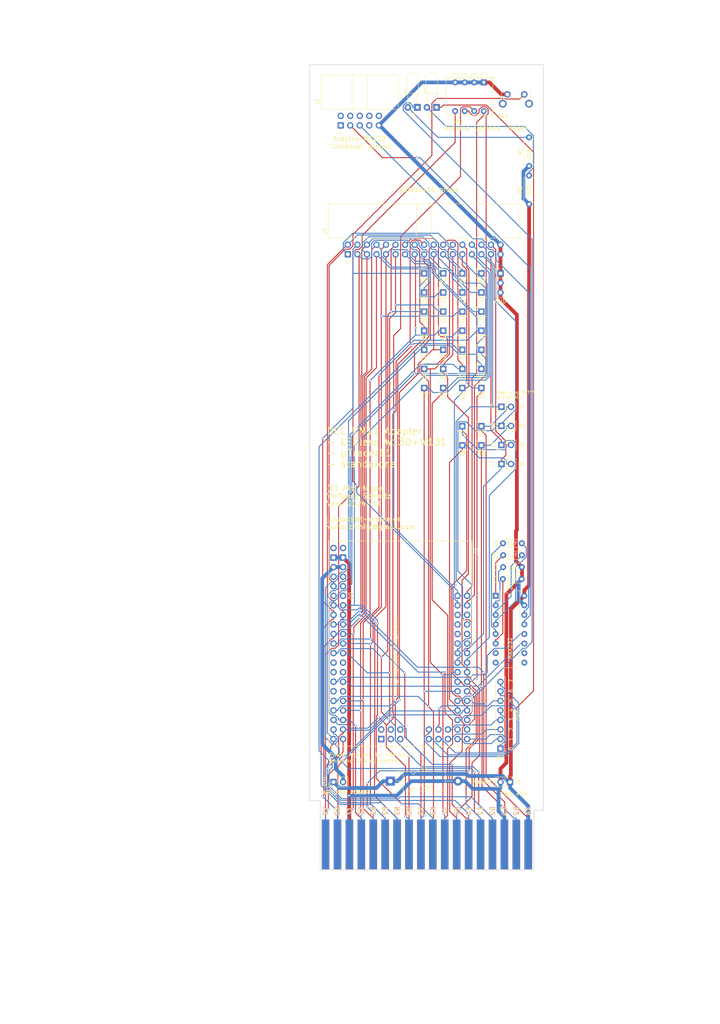
<source format=kicad_pcb>
(kicad_pcb (version 20240108) (generator "pcbnew") (generator_version "8.0")
  (title_block (title "DEC uTracer11 KM11 Adapter") (date "2024-02-19") (rev "V1.0") (company "retrocmp.com") (comment 1 "Joerg Hoppe"))
  (layers (0 "F.Cu" signal) (31 "B.Cu" signal) (35 "F.Paste" user) (36 "B.SilkS" user "B.Silkscreen") (37 "F.SilkS" user "F.Silkscreen") (38 "B.Mask" user) (39 "F.Mask" user) (44 "Edge.Cuts" user))
  (net 0 "")
  (net 1 "GND")
  (net 2 "5V")
  (net 3 "E2")
  (net 4 "D2")
  (net 5 "T2")
  (net 6 "R2")
  (net 7 "L1")
  (net 8 "F1")
  (net 9 "PDP_U1_L")
  (net 10 "PDP_V2_L")
  (net 11 "D1")
  (net 12 "C1")
  (net 13 "H1")
  (net 14 "PDP_A1_L")
  (net 15 "V1")
  (net 16 "F2")
  (net 17 "L2")
  (net 18 "TRACER_V2_L")
  (net 19 "U2")
  (net 20 "PDP_B2_L")
  (net 21 "J1")
  (net 22 "P1")
  (net 23 "P2")
  (net 24 "TRACER_B2_L")
  (net 25 "TRACER_A1_L")
  (net 26 "M1")
  (net 27 "R1")
  (net 28 "K1")
  (net 29 "S2")
  (net 30 "TRACER_U1_L")
  (net 31 "8V")
  (net 34 "Net-(A1-PadA0)")
  (net 36 "Net-(A1-PadA1)")
  (net 37 "Net-(A1-PadA2)")
  (net 38 "Net-(A1-PadA3)")
  (net 39 "/arduino/RS232-TX")
  (net 40 "/arduino/RS232-RX")
  (net 52 "Net-(A1-RESET)")
  (net 59 "/arduino/AUX7")
  (net 60 "/arduino/AUX6")
  (net 61 "/arduino/AUX5")
  (net 62 "/arduino/AUX4")
  (net 63 "/arduino/AUX3")
  (net 64 "/arduino/AUX2")
  (net 65 "/arduino/AUX1")
  (net 68 "/arduino/AUX0")
  (net 76 "/arduino/LED1")
  (net 77 "/arduino/LED2")
  (net 78 "Net-(D1-A)")
  (net 79 "Net-(D2-A)")
  (net 80 "Net-(U1-VS+)")
  (net 81 "Net-(U1-VS-)")
  (net 82 "Net-(U1-C2+)")
  (net 83 "Net-(U1-C2-)")
  (net 84 "Net-(U1-C1+)")
  (net 85 "Net-(U1-C1-)")
  (net 88 "H2")
  (net 89 "M2")
  (net 90 "K2")
  (net 91 "S1")
  (net 92 "J2")
  (net 93 "N1")
  (net 94 "N2")
  (net 95 "E1")
  (net 96 "Net-(J9-RXD)")
  (net 98 "Net-(J9-TXD)")
  (net 107 "/arduino/ARDUINO_5V")
  (footprint "jh:dec-conn-single-ht-pins-only" (layer "F.Cu") (at 168.885 243.916)
    (property "Reference" "J1" (hide yes))
    (property "Value" "PDP11 FlipChipSlot2x18" (hide yes))
  )
  (footprint "Connector_PinHeader_2.54mm:PinHeader_1x01_P2.54mm_Vertical" (layer "F.Cu") (at 137.16 89.5175)
    (property "Reference" "TP27")
    (property "Value" "U2")
  )
  (footprint "Capacitor_THT:C_Disc_D4.3mm_W1.9mm_P5.00mm" (layer "F.Cu") (at 158.195 159.385)
    (property "Reference" "C5")
    (property "Value" "1uF")
  )
  (footprint "Connector_IDC:IDC-Header_2x17_P2.54mm_Horizontal" (layer "F.Cu") (at 116.84 79.3575 90)
    (property "Reference" "J5")
    (property "Value" "µTracer11 2x17 IDC")
  )
  (footprint "Connector_PinHeader_2.54mm:PinHeader_1x01_P2.54mm_Vertical" (layer "F.Cu") (at 137.16 109.8375)
    (property "Reference" "TP23")
    (property "Value" "J2")
  )
  (footprint "Connector_PinHeader_2.54mm:PinHeader_1x02_P2.54mm_Vertical" (layer "F.Cu") (at 157.749 135.128 90)
    (property "Reference" "J7")
    (property "Value" "PASS_V2")
  )
  (footprint "Connector_PinHeader_2.54mm:PinHeader_1x01_P2.54mm_Vertical" (layer "F.Cu") (at 142.24 99.6775)
    (property "Reference" "TP18")
    (property "Value" "S2")
  )
  (footprint "Package_DIP:DIP-16_W7.62mm" (layer "F.Cu") (at 156.21 170.18)
    (property "Reference" "U1")
    (property "Value" "MAX232")
  )
  (footprint "Connector_PinHeader_2.54mm:PinHeader_1x01_P2.54mm_Vertical" (layer "F.Cu") (at 147.32 125.0775)
    (property "Reference" "TP31")
    (property "Value" "U1")
  )
  (footprint "Connector_PinHeader_2.54mm:PinHeader_1x01_P2.54mm_Vertical" (layer "F.Cu") (at 142.24 84.4375)
    (property "Reference" "TP21")
    (property "Value" "V1")
  )
  (footprint "Capacitor_THT:C_Disc_D4.3mm_W1.9mm_P5.00mm" (layer "F.Cu") (at 163.155 156.21 180)
    (property "Reference" "C4")
    (property "Value" "1uF")
  )
  (footprint "Connector_PinHeader_2.54mm:PinHeader_1x01_P2.54mm_Vertical" (layer "F.Cu") (at 137.16 114.9175)
    (property "Reference" "TP22")
    (property "Value" "L2")
  )
  (footprint "Connector_PinHeader_2.54mm:PinHeader_1x01_P2.54mm_Vertical" (layer "F.Cu") (at 152.4 114.9175)
    (property "Reference" "TP1")
    (property "Value" "R2")
  )
  (footprint "Connector_PinHeader_2.54mm:PinHeader_1x02_P2.54mm_Vertical" (layer "F.Cu") (at 157.734 130.073 90)
    (property "Reference" "J6")
    (property "Value" "PASS_U1")
  )
  (footprint "Connector_PinHeader_2.54mm:PinHeader_1x08_P2.54mm_Vertical" (layer "F.Cu") (at 157.48 210.82 180)
    (property "Reference" "J11")
    (property "Value" "AUX")
  )
  (footprint "Connector_PinHeader_2.54mm:PinHeader_1x01_P2.54mm_Vertical" (layer "F.Cu") (at 142.24 109.8375)
    (property "Reference" "TP16")
    (property "Value" "H2")
  )
  (footprint "Connector_PinHeader_2.54mm:PinHeader_1x01_P2.54mm_Vertical" (layer "F.Cu") (at 142.24 104.7575)
    (property "Reference" "TP17")
    (property "Value" "F2")
  )
  (footprint "Connector_PinHeader_2.54mm:PinHeader_1x01_P2.54mm_Vertical" (layer "F.Cu") (at 137.16 84.4375)
    (property "Reference" "TP28")
    (property "Value" "P2")
  )
  (footprint "Connector_PinHeader_2.54mm:PinHeader_1x01_P2.54mm_Vertical" (layer "F.Cu") (at 152.4 84.4375)
    (property "Reference" "TP7")
    (property "Value" "K2")
  )
  (footprint "LED_THT:LED_D3.0mm_Horizontal_O3.81mm_Z2.0mm" (layer "F.Cu") (at 140.442 40.295 180)
    (property "Reference" "D2")
    (property "Value" "LED2")
  )
  (footprint "Connector_PinHeader_2.54mm:PinHeader_1x02_P2.54mm_Vertical" (layer "F.Cu") (at 157.734 119.913 90)
    (property "Reference" "J2")
    (property "Value" "PASS_A1")
  )
  (footprint "Connector_PinHeader_2.54mm:PinHeader_1x01_P2.54mm_Vertical" (layer "F.Cu") (at 152.4 130.1575)
    (property "Reference" "TP30")
    (property "Value" "B2")
  )
  (footprint "Connector_PinHeader_2.54mm:PinHeader_1x03_P2.54mm_Vertical" (layer "F.Cu") (at 157.48 84.4525)
    (property "Reference" "J8" (hide yes))
    (property "Value" "GND")
  )
  (footprint "Connector_PinHeader_2.54mm:PinHeader_1x01_P2.54mm_Vertical" (layer "F.Cu") (at 142.24 94.5975)
    (property "Reference" "TP19")
    (property "Value" "F1")
  )
  (footprint "Capacitor_THT:CP_Axial_L11.0mm_D5.0mm_P18.00mm_Horizontal" (layer "F.Cu") (at 128.16 219.4675)
    (property "Reference" "C1")
    (property "Value" "47µF")
  )
  (footprint "Connector_PinHeader_2.54mm:PinHeader_1x01_P2.54mm_Vertical" (layer "F.Cu") (at 152.4 125.0775)
    (property "Reference" "TP29")
    (property "Value" "A1")
  )
  (footprint "arduino-library:Clone_Mega2560_Pro_Socket" (layer "F.Cu") (at 149.86 155.575 -90)
    (property "Reference" "A1")
    (property "Value" "Clone_Mega2560_Pro_Socket")
  )
  (footprint "Resistor_THT:R_Axial_DIN0207_L6.3mm_D2.5mm_P7.62mm_Horizontal" (layer "F.Cu") (at 165.1 55.88 90)
    (property "Reference" "R1")
    (property "Value" "220")
  )
  (footprint "Connector_PinHeader_2.54mm:PinHeader_1x01_P2.54mm_Vertical" (layer "F.Cu") (at 142.24 114.9175)
    (property "Reference" "TP15")
    (property "Value" "H1")
  )
  (footprint "Connector_PinHeader_2.54mm:PinHeader_1x01_P2.54mm_Vertical" (layer "F.Cu") (at 147.32 84.4375)
    (property "Reference" "TP14")
    (property "Value" "N1")
  )
  (footprint "Connector_PinHeader_2.54mm:PinHeader_1x01_P2.54mm_Vertical" (layer "F.Cu") (at 147.32 109.8375)
    (property "Reference" "TP9")
    (property "Value" "D2")
  )
  (footprint "Connector_PinHeader_2.54mm:PinHeader_1x01_P2.54mm_Vertical" (layer "F.Cu") (at 137.16 94.5975)
    (property "Reference" "TP26")
    (property "Value" "D1")
  )
  (footprint "Button_Switch_THT:SW_DIP_SPSTx04_Piano_CTS_Series194-4MSTN_W7.62mm_P2.54mm" (layer "F.Cu") (at 153.035 33.655 -90)
    (property "Reference" "SW1")
    (property "Value" "Option")
  )
  (footprint "Connector_PinHeader_2.54mm:PinHeader_1x01_P2.54mm_Vertical" (layer "F.Cu") (at 137.16 99.6775)
    (property "Reference" "TP25")
    (property "Value" "M1")
  )
  (footprint "Connector_PinHeader_2.54mm:PinHeader_1x01_P2.54mm_Vertical" (layer "F.Cu") (at 152.4 89.5175)
    (property "Reference" "TP6")
    (property "Value" "J1")
  )
  (footprint "Connector_PinHeader_2.54mm:PinHeader_1x01_P2.54mm_Vertical" (layer "F.Cu") (at 142.24 89.5175)
    (property "Reference" "TP20")
    (property "Value" "T2")
  )
  (footprint "Capacitor_THT:C_Disc_D4.3mm_W1.9mm_P5.00mm" (layer "F.Cu") (at 158.115 165.735)
    (property "Reference" "C3")
    (property "Value" "1uF")
  )
  (footprint "Connector_PinHeader_2.54mm:PinHeader_1x01_P2.54mm_Vertical" (layer "F.Cu") (at 152.4 109.8375)
    (property "Reference" "TP2")
    (property "Value" "N2")
  )
  (footprint "Connector_PinHeader_2.54mm:PinHeader_1x02_P2.54mm_Vertical" (layer "F.Cu") (at 160.025 219.71 -90)
    (property "Reference" "J4")
    (property "Value" "POWER")
  )
  (footprint "Connector_PinHeader_2.54mm:PinHeader_1x01_P2.54mm_Vertical" (layer "F.Cu") (at 152.4 99.6775)
    (property "Reference" "TP4")
    (property "Value" "R1")
  )
  (footprint "Connector_PinHeader_2.54mm:PinHeader_1x01_P2.54mm_Vertical" (layer "F.Cu") (at 147.32 130.1575)
    (property "Reference" "TP32")
    (property "Value" "V2")
  )
  (footprint "Connector_PinHeader_2.54mm:PinHeader_1x01_P2.54mm_Vertical" (layer "F.Cu") (at 147.32 89.5175)
    (property "Reference" "TP13")
    (property "Value" "C1")
  )
  (footprint "Connector_PinHeader_2.54mm:PinHeader_1x01_P2.54mm_Vertical" (layer "F.Cu") (at 152.4 94.5975)
    (property "Reference" "TP5")
    (property "Value" "P1")
  )
  (footprint "Connector_PinHeader_2.54mm:PinHeader_1x02_P2.54mm_Vertical" (layer "F.Cu") (at 157.734 124.993 90)
    (property "Reference" "J3")
    (property "Value" "PASS_B2")
  )
  (footprint "Capacitor_THT:C_Disc_D4.3mm_W1.9mm_P5.00mm" (layer "F.Cu") (at 158.195 162.56)
    (property "Reference" "C2")
    (property "Value" "1uF")
  )
  (footprint "LED_THT:LED_D3.0mm_Horizontal_O3.81mm_Z2.0mm" (layer "F.Cu") (at 135.362 40.295 180)
    (property "Reference" "D1")
    (property "Value" "LED1")
  )
  (footprint "Connector_PinHeader_2.54mm:PinHeader_1x01_P2.54mm_Vertical" (layer "F.Cu") (at 147.32 94.5975)
    (property "Reference" "TP12")
    (property "Value" "L1")
  )
  (footprint "Connector_IDC:IDC-Header_2x05_P2.54mm_Horizontal" (layer "F.Cu") (at 114.935 45.085 90)
    (property "Reference" "J9")
    (property "Value" "UART1_RS232_Schneid-Klemm_2x5")
  )
  (footprint "Connector_PinHeader_2.54mm:PinHeader_1x01_P2.54mm_Vertical" (layer "F.Cu") (at 137.16 104.7575)
    (property "Reference" "TP24")
    (property "Value" "E1")
  )
  (footprint "Connector_PinHeader_2.54mm:PinHeader_1x01_P2.54mm_Vertical" (layer "F.Cu") (at 152.4 104.7575)
    (property "Reference" "TP3")
    (property "Value" "S1")
  )
  (footprint "Connector_PinHeader_2.54mm:PinHeader_1x02_P2.54mm_Vertical" (layer "F.Cu") (at 113.03 219.71 90)
    (property "Reference" "J10")
    (property "Value" "ARDUINO POWER")
  )
  (footprint "Button_Switch_THT:SW_Tactile_SPST_Angled_PTS645Vx58-2LFS" (layer "F.Cu") (at 159.33 36.83)
    (property "Reference" "SW2")
    (property "Value" "Reset")
  )
  (footprint "Connector_PinHeader_2.54mm:PinHeader_1x01_P2.54mm_Vertical" (layer "F.Cu") (at 147.32 99.6775)
    (property "Reference" "TP11")
    (property "Value" "K1")
  )
  (footprint "Connector_PinHeader_2.54mm:PinHeader_1x01_P2.54mm_Vertical" (layer "F.Cu") (at 147.32 114.9175)
    (property "Reference" "TP8")
    (property "Value" "E2")
  )
  (footprint "Resistor_THT:R_Axial_DIN0207_L6.3mm_D2.5mm_P7.62mm_Horizontal" (layer "F.Cu") (at 165.1 66.04 90)
    (property "Reference" "R2")
    (property "Value" "220")
  )
  (footprint "Connector_PinHeader_2.54mm:PinHeader_1x01_P2.54mm_Vertical" (layer "F.Cu") (at 147.32 104.7575)
    (property "Reference" "TP10")
    (property "Value" "M2")
  )
  (gr_line (start 166.37 243.078) (end 166.37 227.203) (stroke (width 0.1524)) (layer "Edge.Cuts"))
  (gr_line (start 168.91 227.203) (end 168.91 28.956) (stroke (width 0.1524)) (layer "Edge.Cuts"))
  (gr_line (start 106.553 224.663) (end 109.474 224.663) (stroke (width 0.1524)) (layer "Edge.Cuts"))
  (gr_line (start 109.474 224.663) (end 109.474 243.078) (stroke (width 0.1524)) (layer "Edge.Cuts"))
  (gr_line (start 109.474 243.078) (end 166.37 243.078) (stroke (width 0.1524)) (layer "Edge.Cuts"))
  (gr_line (start 166.37 227.203) (end 168.91 227.203) (stroke (width 0.1524)) (layer "Edge.Cuts"))
  (gr_line (start 106.553 28.956) (end 106.553 224.663) (stroke (width 0.1524)) (layer "Edge.Cuts"))
  (gr_line (start 106.553 28.956) (end 168.91 28.956) (stroke (width 0.1524)) (layer "Edge.Cuts"))
  (gr_text "DEC KM11 Adapter\n- LEDless W130+W131\n- µTracer11 \n- standalone \n\n\n\n\n" (at 111.125 136.525 0) (layer "F.SilkS") (effects (font (size 1.8 1.8) (thickness 0.25)) (justify left)))
  (gr_text "(C) Jörg Hoppe,\nWolfgang Schmitz\nVers. 2024-11\n\nj_hoppe@t-online.de\nwohuschmitz@gmail.com\n" (at 111.125 146.685 0) (layer "F.SilkS") (effects (font (size 1.27 1.27) (thickness 0.2032)) (justify left)))
  (gr_text "Power Arduino  by +5V only \nwhen no USB connected\n" (at 111.76 214.63 0) (layer "F.SilkS") (effects (font (size 1 1)) (justify left bottom)))
  (gr_text "µTracer11 probe" (at 130.429 62.865 0) (layer "F.SilkS") (effects (font (size 1.27 1.27) (thickness 0.2032)) (justify left bottom)))
  (gr_text "Arduino Options  Reset" (at 142.24 46.482 0) (layer "F.SilkS") (effects (font (size 1.27 1.27) (thickness 0.2032)) (justify left bottom)))
  (gr_text "A1\n\n\n\nB2\n\n\n\nU1\n\n\n\nV2" (at 162.306 135.636 0) (layer "F.SilkS") (effects (font (size 0.8 0.8)) (justify left bottom)))
  (gr_text "GND +5V " (at 157.48 222.885 0) (layer "F.SilkS") (effects (font (size 1 1)) (justify left)))
  (gr_text "Arduino RS232\n{dblquote}UniBone{dblquote} pinout" (at 120.015 51.435 0) (layer "F.SilkS") (effects (font (size 1.27 1.27) (thickness 0.2032)) (justify bottom)))
  (gr_text "Pass µTrc OUT** \nto FlipChip" (at 156.21 117.881 0) (layer "F.SilkS") (effects (font (size 0.8 0.8) (thickness 0.15) (bold yes)) (justify left bottom)))
  (gr_text "0  1  2  3  4  5  6  7\n          AUX" (at 162.56 211.455 90) (layer "F.SilkS") (effects (font (size 1 1.04) (thickness 0.15) (bold yes)) (justify left bottom)))
  (segment (start 157.48 84.4525) (end 157.48 86.9925) (width 1) (layer "F.Cu") (net 1))
  (segment (start 161.6064 160.9714) (end 163.195 162.56) (width 1) (layer "F.Cu") (net 1))
  (segment (start 157.48 86.9925) (end 157.48 89.5325) (width 1) (layer "F.Cu") (net 1))
  (segment (start 159.042 214.6171) (end 157.485 216.1741) (width 1) (layer "F.Cu") (net 1))
  (segment (start 157.48 89.5325) (end 157.48 91.0826) (width 1) (layer "F.Cu") (net 1))
  (segment (start 157.48 91.0826) (end 161.8466 95.4492) (width 1) (layer "F.Cu") (net 1))
  (segment (start 117.2468 230.454) (end 117.2468 228.9919) (width 1) (layer "F.Cu") (net 1))
  (segment (start 161.8466 152.7203) (end 161.6064 152.9605) (width 1) (layer "F.Cu") (net 1))
  (segment (start 157.48 76.8175) (end 157.48 79.3575) (width 1) (layer "F.Cu") (net 1))
  (segment (start 163.195 165.655) (end 163.115 165.735) (width 1) (layer "F.Cu") (net 1))
  (segment (start 161.8466 95.4492) (end 161.8466 152.7203) (width 1) (layer "F.Cu") (net 1))
  (segment (start 157.7101 36.83) (end 154.5351 33.655) (width 1) (layer "F.Cu") (net 1))
  (segment (start 153.035 33.655) (end 154.5351 33.655) (width 1) (layer "F.Cu") (net 1))
  (segment (start 163.195 162.56) (end 163.195 165.655) (width 1) (layer "F.Cu") (net 1))
  (segment (start 157.48 84.4525) (end 157.48 79.3575) (width 1) (layer "F.Cu") (net 1))
  (segment (start 163.115 165.735) (end 159.042 169.808) (width 1) (layer "F.Cu") (net 1))
  (segment (start 117.1923 228.9374) (end 117.2468 228.9919) (width 1) (layer "F.Cu") (net 1))
  (segment (start 161.6064 152.9605) (end 161.6064 160.9714) (width 1) (layer "F.Cu") (net 1))
  (segment (start 159.042 169.808) (end 159.042 214.6171) (width 1) (layer "F.Cu") (net 1))
  (segment (start 117.1923 223.326) (end 117.1923 228.9374) (width 1) (layer "F.Cu") (net 1))
  (segment (start 157.485 216.1741) (end 157.485 219.71) (width 1) (layer "F.Cu") (net 1))
  (segment (start 117.1923 161.6423) (end 115.57 160.02) (width 1) (layer "F.Cu") (net 1))
  (segment (start 117.1923 223.326) (end 117.1923 161.6423) (width 1) (layer "F.Cu") (net 1))
  (segment (start 159.33 36.83) (end 157.7101 36.83) (width 1) (layer "F.Cu") (net 1))
  (via (at 117.1923 223.326) (size 0.6) (drill 0.4) (layers "F.Cu" "B.Cu") (net 1))
  (segment (start 157.485 219.71) (end 157.485 221.2601) (width 1) (layer "B.Cu") (net 1))
  (segment (start 150.1151 221.5225) (end 148.0601 219.4675) (width 1) (layer "B.Cu") (net 1))
  (segment (start 162.3273 166.5227) (end 162.3273 171.2173) (width 1) (layer "B.Cu") (net 1))
  (segment (start 157.2226 221.5225) (end 156.9601 221.5225) (width 1) (layer "B.Cu") (net 1))
  (segment (start 145.415 33.655) (end 136.525 33.655) (width 1) (layer "B.Cu") (net 1))
  (segment (start 157.485 221.2601) (end 157.2226 221.5225) (width 1) (layer "B.Cu") (net 1))
  (segment (start 158.5218 230.454) (end 158.5218 228.9919) (width 1) (layer "B.Cu") (net 1))
  (segment (start 155.7848 75.1223) (end 157.48 76.8175) (width 1) (layer "B.Cu") (net 1))
  (segment (start 125.2421 44.9379) (end 125.2421 45.0544) (width 1) (layer "B.Cu") (net 1))
  (segment (start 125.2421 45.0544) (end 125.1256 45.0544) (width 1) (layer "B.Cu") (net 1))
  (segment (start 156.9601 221.5225) (end 156.9601 227.4302) (width 1) (layer "B.Cu") (net 1))
  (segment (start 129.8894 223.326) (end 117.1923 223.326) (width 1) (layer "B.Cu") (net 1))
  (segment (start 125.2421 45.0544) (end 155.31 75.1223) (width 1) (layer "B.Cu") (net 1))
  (segment (start 153.035 33.655) (end 150.495 33.655) (width 1) (layer "B.Cu") (net 1))
  (segment (start 162.3273 171.2173) (end 163.83 172.72) (width 1) (layer "B.Cu") (net 1))
  (segment (start 133.7479 219.4675) (end 129.8894 223.326) (width 1) (layer "B.Cu") (net 1))
  (segment (start 150.495 33.655) (end 147.955 33.655) (width 1) (layer "B.Cu") (net 1))
  (segment (start 147.955 33.655) (end 145.415 33.655) (width 1) (layer "B.Cu") (net 1))
  (segment (start 125.1256 45.0544) (end 125.095 45.085) (width 1) (layer "B.Cu") (net 1))
  (segment (start 156.9601 227.4302) (end 158.5218 228.9919) (width 1) (layer "B.Cu") (net 1))
  (segment (start 146.16 219.4675) (end 144.2599 219.4675) (width 1) (layer "B.Cu") (net 1))
  (segment (start 144.2599 219.4675) (end 133.7479 219.4675) (width 1) (layer "B.Cu") (net 1))
  (segment (start 136.525 33.655) (end 125.2421 44.9379) (width 1) (layer "B.Cu") (net 1))
  (segment (start 113.03 160.02) (end 115.57 160.02) (width 1) (layer "B.Cu") (net 1))
  (segment (start 163.115 165.735) (end 162.3273 166.5227) (width 1) (layer "B.Cu") (net 1))
  (segment (start 146.16 219.4675) (end 148.0601 219.4675) (width 1) (layer "B.Cu") (net 1))
  (segment (start 155.31 75.1223) (end 155.7848 75.1223) (width 1) (layer "B.Cu") (net 1))
  (segment (start 156.9601 221.5225) (end 150.1151 221.5225) (width 1) (layer "B.Cu") (net 1))
  (segment (start 165.1 167.4099) (end 165.1 66.04) (width 1) (layer "F.Cu") (net 2))
  (segment (start 160.2421 217.9428) (end 160.2421 173.7679) (width 1) (layer "F.Cu") (net 2))
  (segment (start 163.83 170.18) (end 163.83 168.6799) (width 1) (layer "F.Cu") (net 2))
  (segment (start 160.2421 173.7679) (end 163.83 170.18) (width 1) (layer "F.Cu") (net 2))
  (segment (start 163.83 168.6799) (end 165.1 167.4099) (width 1) (layer "F.Cu") (net 2))
  (segment (start 160.025 218.1599) (end 160.2421 217.9428) (width 1) (layer "F.Cu") (net 2))
  (segment (start 160.025 219.71) (end 160.025 218.1599) (width 1) (layer "F.Cu") (net 2))
  (segment (start 126.2599 219.4675) (end 124.4338 221.2936) (width 1) (layer "B.Cu") (net 2))
  (segment (start 131.9602 217.5674) (end 130.0601 219.4675) (width 1) (layer "B.Cu") (net 2))
  (segment (start 160.025 219.71) (end 160.025 220.3082) (width 1) (layer "B.Cu") (net 2))
  (segment (start 160.025 220.0575) (end 158.0792 218.1117) (width 1) (layer "B.Cu") (net 2))
  (segment (start 160.025 220.3082) (end 160.025 221.2601) (width 1) (layer "B.Cu") (net 2))
  (segment (start 160.025 221.2601) (end 164.8718 226.1069) (width 1) (layer "B.Cu") (net 2))
  (segment (start 164.8718 226.1069) (end 164.8718 228.9919) (width 1) (layer "B.Cu") (net 2))
  (segment (start 124.4338 221.2936) (end 114.6136 221.2936) (width 1) (layer "B.Cu") (net 2))
  (segment (start 149.0437 218.1117) (end 148.4994 217.5674) (width 1) (layer "B.Cu") (net 2))
  (segment (start 160.025 220.3082) (end 160.025 220.0575) (width 1) (layer "B.Cu") (net 2))
  (segment (start 163.5897 64.5297) (end 163.5897 57.3903) (width 1) (layer "B.Cu") (net 2))
  (segment (start 165.1 66.04) (end 163.5897 64.5297) (width 1) (layer "B.Cu") (net 2))
  (segment (start 164.8718 230.454) (end 164.8718 228.9919) (width 1) (layer "B.Cu") (net 2))
  (segment (start 148.4994 217.5674) (end 131.9602 217.5674) (width 1) (layer "B.Cu") (net 2))
  (segment (start 163.5897 57.3903) (end 165.1 55.88) (width 1) (layer "B.Cu") (net 2))
  (segment (start 128.16 219.4675) (end 130.0601 219.4675) (width 1) (layer "B.Cu") (net 2))
  (segment (start 128.16 219.4675) (end 126.2599 219.4675) (width 1) (layer "B.Cu") (net 2))
  (segment (start 114.6136 221.2936) (end 113.03 219.71) (width 1) (layer "B.Cu") (net 2))
  (segment (start 158.0792 218.1117) (end 149.0437 218.1117) (width 1) (layer "B.Cu") (net 2))
  (segment (start 147.1262 193.04) (end 147.1262 193.2991) (width 0.25) (layer "F.Cu") (net 3))
  (segment (start 144.8117 168.0556) (end 145.4649 167.4024) (width 0.25) (layer "F.Cu") (net 3))
  (segment (start 146.05 191.8513) (end 145.6893 191.8513) (width 0.25) (layer "F.Cu") (net 3))
  (segment (start 151.0396 208.3403) (end 148.3326 211.0473) (width 0.25) (layer "F.Cu") (net 3))
  (segment (start 149.0712 83.3631) (end 148.4951 82.787) (width 0.25) (layer "F.Cu") (net 3))
  (segment (start 148.3326 211.0473) (end 148.3326 224.2583) (width 0.25) (layer "F.Cu") (net 3))
  (segment (start 147.1262 193.2991) (end 148.0558 194.2287) (width 0.25) (layer "F.Cu") (net 3))
  (segment (start 147.32 114.9175) (end 148.4951 114.9175) (width 0.25) (layer "F.Cu") (net 3))
  (segment (start 146.05 193.04) (end 146.5318 193.04) (width 0.25) (layer "F.Cu") (net 3))
  (segment (start 146.5318 193.04) (end 147.1262 193.04) (width 0.25) (layer "F.Cu") (net 3))
  (segment (start 148.9486 194.2287) (end 151.0396 196.3197) (width 0.25) (layer "F.Cu") (net 3))
  (segment (start 145.6893 191.8513) (end 144.8117 190.9737) (width 0.25) (layer "F.Cu") (net 3))
  (segment (start 149.0712 114.3414) (end 149.0712 83.3631) (width 0.25) (layer "F.Cu") (net 3))
  (segment (start 148.4951 114.9175) (end 149.0712 114.3414) (width 0.25) (layer "F.Cu") (net 3))
  (segment (start 148.0558 194.2287) (end 148.9486 194.2287) (width 0.25) (layer "F.Cu") (net 3))
  (segment (start 144.8117 190.9737) (end 144.8117 168.0556) (width 0.25) (layer "F.Cu") (net 3))
  (segment (start 148.4951 82.787) (end 148.4951 77.9926) (width 0.25) (layer "F.Cu") (net 3))
  (segment (start 151.0396 196.3197) (end 151.0396 208.3403) (width 0.25) (layer "F.Cu") (net 3))
  (segment (start 146.05 193.04) (end 146.05 191.8513) (width 0.25) (layer "F.Cu") (net 3))
  (segment (start 148.4951 77.9926) (end 147.32 76.8175) (width 0.25) (layer "F.Cu") (net 3))
  (via (at 148.3326 224.2583) (size 0.6) (drill 0.4) (layers "F.Cu" "B.Cu") (net 3))
  (via (at 145.4649 167.4024) (size 0.6) (drill 0.4) (layers "F.Cu" "B.Cu") (net 3))
  (segment (start 145.2127 167.1502) (end 145.2127 118.1999) (width 0.25) (layer "B.Cu") (net 3))
  (segment (start 145.2127 118.1999) (end 147.32 116.0926) (width 0.25) (layer "B.Cu") (net 3))
  (segment (start 152.1718 229.3669) (end 148.3326 225.5277) (width 0.25) (layer "B.Cu") (net 3))
  (segment (start 148.3326 225.5277) (end 148.3326 224.2583) (width 0.25) (layer "B.Cu") (net 3))
  (segment (start 147.32 114.9175) (end 147.32 116.0926) (width 0.25) (layer "B.Cu") (net 3))
  (segment (start 145.4649 167.4024) (end 145.2127 167.1502) (width 0.25) (layer "B.Cu") (net 3))
  (segment (start 152.1718 230.454) (end 152.1718 229.3669) (width 0.25) (layer "B.Cu") (net 3))
  (segment (start 143.4406 75.6169) (end 142.24 76.8175) (width 0.25) (layer "F.Cu") (net 4))
  (segment (start 113.03 209.4687) (end 112.2661 210.2326) (width 0.25) (layer "F.Cu") (net 4))
  (segment (start 112.2661 210.2326) (end 112.2661 213.3039) (width 0.25) (layer "F.Cu") (net 4))
  (segment (start 146.1449 107.4873) (end 146.1449 76.4918) (width 0.25) (layer "F.Cu") (net 4))
  (segment (start 113.03 208.28) (end 113.03 209.4687) (width 0.25) (layer "F.Cu") (net 4))
  (segment (start 147.32 108.6624) (end 146.1449 107.4873) (width 0.25) (layer "F.Cu") (net 4))
  (segment (start 145.27 75.6169) (end 143.4406 75.6169) (width 0.25) (layer "F.Cu") (net 4))
  (segment (start 147.32 109.8375) (end 147.32 108.6624) (width 0.25) (layer "F.Cu") (net 4))
  (segment (start 146.1449 76.4918) (end 145.27 75.6169) (width 0.25) (layer "F.Cu") (net 4))
  (via (at 112.2661 213.3039) (size 0.6) (drill 0.4) (layers "F.Cu" "B.Cu") (net 4))
  (segment (start 111.8548 216.6678) (end 112.6469 215.8757) (width 0.25) (layer "B.Cu") (net 4))
  (segment (start 112.6469 215.8757) (end 112.6469 213.6847) (width 0.25) (layer "B.Cu") (net 4))
  (segment (start 146.1449 109.8375) (end 144.9122 108.6048) (width 0.25) (layer "B.Cu") (net 4))
  (segment (start 115.9987 166.37) (end 115.1483 166.37) (width 0.25) (layer "B.Cu") (net 4))
  (segment (start 111.3597 170.1182) (end 111.3597 206.6097) (width 0.25) (layer "B.Cu") (net 4))
  (segment (start 147.32 109.8375) (end 146.1449 109.8375) (width 0.25) (layer "B.Cu") (net 4))
  (segment (start 130.2278 224.1545) (end 115.2533 224.1545) (width 0.25) (layer "B.Cu") (net 4))
  (segment (start 136.1498 108.6048) (end 117.4602 127.2944) (width 0.25) (layer "B.Cu") (net 4))
  (segment (start 149.604 223.6241) (end 130.7582 223.6241) (width 0.25) (layer "B.Cu") (net 4))
  (segment (start 155.3468 229.3669) (end 149.604 223.6241) (width 0.25) (layer "B.Cu") (net 4))
  (segment (start 115.2533 224.1545) (end 111.8548 220.756) (width 0.25) (layer "B.Cu") (net 4))
  (segment (start 111.8548 220.756) (end 111.8548 216.6678) (width 0.25) (layer "B.Cu") (net 4))
  (segment (start 114.3229 167.1954) (end 114.3229 168.0294) (width 0.25) (layer "B.Cu") (net 4))
  (segment (start 112.6489 168.829) (end 111.3597 170.1182) (width 0.25) (layer "B.Cu") (net 4))
  (segment (start 144.9122 108.6048) (end 136.1498 108.6048) (width 0.25) (layer "B.Cu") (net 4))
  (segment (start 155.3468 230.454) (end 155.3468 229.3669) (width 0.25) (layer "B.Cu") (net 4))
  (segment (start 111.3597 206.6097) (end 113.03 208.28) (width 0.25) (layer "B.Cu") (net 4))
  (segment (start 115.1483 166.37) (end 114.3229 167.1954) (width 0.25) (layer "B.Cu") (net 4))
  (segment (start 113.5233 168.829) (end 112.6489 168.829) (width 0.25) (layer "B.Cu") (net 4))
  (segment (start 114.3229 168.0294) (end 113.5233 168.829) (width 0.25) (layer "B.Cu") (net 4))
  (segment (start 112.6469 213.6847) (end 112.2661 213.3039) (width 0.25) (layer "B.Cu") (net 4))
  (segment (start 130.7582 223.6241) (end 130.2278 224.1545) (width 0.25) (layer "B.Cu") (net 4))
  (segment (start 117.4602 164.9085) (end 115.9987 166.37) (width 0.25) (layer "B.Cu") (net 4))
  (segment (start 117.4602 127.2944) (end 117.4602 164.9085) (width 0.25) (layer "B.Cu") (net 4))
  (segment (start 124.46 79.3575) (end 124.46 109.5201) (width 0.25) (layer "F.Cu") (net 5))
  (segment (start 121.679 175.2315) (end 118.4 178.5105) (width 0.25) (layer "F.Cu") (net 5))
  (segment (start 124.46 109.5201) (end 121.679 112.3011) (width 0.25) (layer "F.Cu") (net 5))
  (segment (start 118.4 178.5105) (end 118.4 180.2727) (width 0.25) (layer "F.Cu") (net 5))
  (segment (start 118.4 180.2727) (end 118.2667 180.406) (width 0.25) (layer "F.Cu") (net 5))
  (segment (start 121.679 112.3011) (end 121.679 175.2315) (width 0.25) (layer "F.Cu") (net 5))
  (segment (start 118.2667 180.406) (end 118.2667 226.8164) (width 0.25) (layer "F.Cu") (net 5))
  (via (at 118.4 180.2727) (size 0.6) (drill 0.4) (layers "F.Cu" "B.Cu") (net 5))
  (via (at 118.2667 226.8164) (size 0.6) (drill 0.4) (layers "F.Cu" "B.Cu") (net 5))
  (segment (start 115.57 180.34) (end 116.7587 180.34) (width 0.25) (layer "B.Cu") (net 5))
  (segment (start 124.46 79.3575) (end 128.3296 83.2271) (width 0.25) (layer "B.Cu") (net 5))
  (segment (start 139.8898 90.6926) (end 141.0649 89.5175) (width 0.25) (layer "B.Cu") (net 5))
  (segment (start 116.7587 180.34) (end 118.3327 180.34) (width 0.25) (layer "B.Cu") (net 5))
  (segment (start 138.3351 83.4501) (end 138.3351 85.4221) (width 0.25) (layer "B.Cu") (net 5))
  (segment (start 135.9848 90.5599) (end 136.1175 90.6926) (width 0.25) (layer "B.Cu") (net 5))
  (segment (start 128.3296 83.2271) (end 138.1121 83.2271) (width 0.25) (layer "B.Cu") (net 5))
  (segment (start 136.1175 90.6926) (end 139.8898 90.6926) (width 0.25) (layer "B.Cu") (net 5))
  (segment (start 142.24 89.5175) (end 141.0649 89.5175) (width 0.25) (layer "B.Cu") (net 5))
  (segment (start 135.9848 87.7724) (end 135.9848 90.5599) (width 0.25) (layer "B.Cu") (net 5))
  (segment (start 117.2468 230.454) (end 117.2468 227.8363) (width 0.25) (layer "B.Cu") (net 5))
  (segment (start 138.1121 83.2271) (end 138.3351 83.4501) (width 0.25) (layer "B.Cu") (net 5))
  (segment (start 117.2468 227.8363) (end 118.2667 226.8164) (width 0.25) (layer "B.Cu") (net 5))
  (segment (start 118.3327 180.34) (end 118.4 180.2727) (width 0.25) (layer "B.Cu") (net 5))
  (segment (start 138.3351 85.4221) (end 135.9848 87.7724) (width 0.25) (layer "B.Cu") (net 5))
  (segment (start 149.1424 210.8741) (end 149.1424 216.7273) (width 0.25) (layer "F.Cu") (net 6))
  (segment (start 147.32 82.2778) (end 147.32 79.3575) (width 0.25) (layer "F.Cu") (net 6))
  (segment (start 148.4951 83.4529) (end 147.32 82.2778) (width 0.25) (layer "F.Cu") (net 6))
  (segment (start 151.2249 117.2677) (end 151.2249 192.2005) (width 0.25) (layer "F.Cu") (net 6))
  (segment (start 151.4934 208.5231) (end 149.1424 210.8741) (width 0.25) (layer "F.Cu") (net 6))
  (segment (start 152.4 116.0926) (end 151.2249 117.2677) (width 0.25) (layer "F.Cu") (net 6))
  (segment (start 121.9833 220.079) (end 121.9833 226.3178) (width 0.25) (layer "F.Cu") (net 6))
  (segment (start 152.4 114.9175) (end 152.4 116.0926) (width 0.25) (layer "F.Cu") (net 6))
  (segment (start 151.4934 195.9434) (end 151.4934 208.5231) (width 0.25) (layer "F.Cu") (net 6))
  (segment (start 148.4951 113.4138) (end 148.4951 83.4529) (width 0.25) (layer "F.Cu") (net 6))
  (segment (start 148.4461 113.4628) (end 148.4951 113.4138) (width 0.25) (layer "F.Cu") (net 6))
  (segment (start 148.59 193.04) (end 151.4934 195.9434) (width 0.25) (layer "F.Cu") (net 6))
  (via (at 121.9833 220.079) (size 0.6) (drill 0.4) (layers "F.Cu" "B.Cu") (net 6))
  (via (at 149.1424 216.7273) (size 0.6) (drill 0.4) (layers "F.Cu" "B.Cu") (net 6))
  (via (at 121.9833 226.3178) (size 0.6) (drill 0.4) (layers "F.Cu" "B.Cu") (net 6))
  (via (at 151.2249 192.2005) (size 0.6) (drill 0.4) (layers "F.Cu" "B.Cu") (net 6))
  (via (at 148.4461 113.4628) (size 0.6) (drill 0.4) (layers "F.Cu" "B.Cu") (net 6))
  (segment (start 149.7787 193.04) (end 150.6182 192.2005) (width 0.25) (layer "B.Cu") (net 6))
  (segment (start 123.5968 230.454) (end 123.5968 227.9313) (width 0.25) (layer "B.Cu") (net 6))
  (segment (start 123.5968 227.9313) (end 121.9833 226.3178) (width 0.25) (layer "B.Cu") (net 6))
  (segment (start 152.4 114.9175) (end 149.9008 114.9175) (width 0.25) (layer "B.Cu") (net 6))
  (segment (start 148.59 193.04) (end 149.7787 193.04) (width 0.25) (layer "B.Cu") (net 6))
  (segment (start 149.9008 114.9175) (end 148.4461 113.4628) (width 0.25) (layer "B.Cu") (net 6))
  (segment (start 125.335 216.7273) (end 149.1424 216.7273) (width 0.25) (layer "B.Cu") (net 6))
  (segment (start 150.6182 192.2005) (end 151.2249 192.2005) (width 0.25) (layer "B.Cu") (net 6))
  (segment (start 121.9833 220.079) (end 125.335 216.7273) (width 0.25) (layer "B.Cu") (net 6))
  (segment (start 125.73 78.0875) (end 125.73 95.8313) (width 0.25) (layer "F.Cu") (net 7))
  (segment (start 122.901 176.0388) (end 122.901 181.6695) (width 0.25) (layer "F.Cu") (net 7))
  (segment (start 125.7509 173.1889) (end 122.901 176.0388) (width 0.25) (layer "F.Cu") (net 7))
  (segment (start 127 76.8175) (end 125.73 78.0875) (width 0.25) (layer "F.Cu") (net 7))
  (segment (start 131.9988 207.739) (end 136.2968 212.037) (width 0.25) (layer "F.Cu") (net 7))
  (segment (start 131.9988 190.7297) (end 131.9988 207.739) (width 0.25) (layer "F.Cu") (net 7))
  (segment (start 125.7509 95.8522) (end 125.7509 173.1889) (width 0.25) (layer "F.Cu") (net 7))
  (segment (start 136.2968 212.037) (end 136.2968 230.454) (width 0.25) (layer "F.Cu") (net 7))
  (segment (start 125.73 95.8313) (end 125.7509 95.8522) (width 0.25) (layer "F.Cu") (net 7))
  (via (at 131.9988 190.7297) (size 0.6) (drill 0.4) (layers "F.Cu" "B.Cu") (net 7))
  (via (at 125.73 95.8313) (size 0.6) (drill 0.4) (layers "F.Cu" "B.Cu") (net 7))
  (via (at 122.901 181.6695) (size 0.6) (drill 0.4) (layers "F.Cu" "B.Cu") (net 7))
  (segment (start 144.9111 95.8313) (end 146.1449 94.5975) (width 0.25) (layer "B.Cu") (net 7))
  (segment (start 115.0577 181.6695) (end 122.901 181.6695) (width 0.25) (layer "B.Cu") (net 7))
  (segment (start 122.9386 181.6695) (end 131.9988 190.7297) (width 0.25) (layer "B.Cu") (net 7))
  (segment (start 125.73 95.8313) (end 144.9111 95.8313) (width 0.25) (layer "B.Cu") (net 7))
  (segment (start 147.32 94.5975) (end 146.1449 94.5975) (width 0.25) (layer "B.Cu") (net 7))
  (segment (start 114.2187 182.5085) (end 115.0577 181.6695) (width 0.25) (layer "B.Cu") (net 7))
  (segment (start 122.901 181.6695) (end 122.9386 181.6695) (width 0.25) (layer "B.Cu") (net 7))
  (segment (start 113.03 182.88) (end 114.2187 182.88) (width 0.25) (layer "B.Cu") (net 7))
  (segment (start 114.2187 182.88) (end 114.2187 182.5085) (width 0.25) (layer "B.Cu") (net 7))
  (segment (start 148.9968 229.3669) (end 148.3174 229.3669) (width 0.25) (layer "F.Cu") (net 8))
  (segment (start 129.54 92.8303) (end 129.54 79.3575) (width 0.25) (layer "F.Cu") (net 8))
  (segment (start 129.54 94.8889) (end 129.54 92.8303) (width 0.25) (layer "F.Cu") (net 8))
  (segment (start 128.3045 202.4972) (end 127.9732 202.1659) (width 0.25) (layer "F.Cu") (net 8))
  (segment (start 148.9968 230.454) (end 148.9968 229.3669) (width 0.25) (layer "F.Cu") (net 8))
  (segment (start 127.9732 202.1659) (end 127.9732 190.6618) (width 0.25) (layer "F.Cu") (net 8))
  (segment (start 144.6183 225.6678) (end 144.6183 214.9961) (width 0.25) (layer "F.Cu") (net 8))
  (segment (start 148.3174 229.3669) (end 144.6183 225.6678) (width 0.25) (layer "F.Cu") (net 8))
  (segment (start 127.9732 190.6618) (end 127.9732 96.4557) (width 0.25) (layer "F.Cu") (net 8))
  (segment (start 127.9732 96.4557) (end 129.54 94.8889) (width 0.25) (layer "F.Cu") (net 8))
  (via (at 144.6183 214.9961) (size 0.6) (drill 0.4) (layers "F.Cu" "B.Cu") (net 8))
  (via (at 128.3045 202.4972) (size 0.6) (drill 0.4) (layers "F.Cu" "B.Cu") (net 8))
  (via (at 127.9732 190.6618) (size 0.6) (drill 0.4) (layers "F.Cu" "B.Cu") (net 8))
  (via (at 129.54 92.8303) (size 0.6) (drill 0.4) (layers "F.Cu" "B.Cu") (net 8))
  (segment (start 139.2977 92.8303) (end 141.0649 94.5975) (width 0.25) (layer "B.Cu") (net 8))
  (segment (start 122.0005 190.6618) (end 127.9732 190.6618) (width 0.25) (layer "B.Cu") (net 8))
  (segment (start 132.4216 208.0886) (end 132.4216 205.6374) (width 0.25) (layer "B.Cu") (net 8))
  (segment (start 129.2814 202.4972) (end 128.3045 202.4972) (width 0.25) (layer "B.Cu") (net 8))
  (segment (start 144.6183 214.9961) (end 139.3291 214.9961) (width 0.25) (layer "B.Cu") (net 8))
  (segment (start 142.24 94.5975) (end 141.0649 94.5975) (width 0.25) (layer "B.Cu") (net 8))
  (segment (start 129.54 92.8303) (end 139.2977 92.8303) (width 0.25) (layer "B.Cu") (net 8))
  (segment (start 132.4216 205.6374) (end 129.2814 202.4972) (width 0.25) (layer "B.Cu") (net 8))
  (segment (start 116.7587 185.42) (end 122.0005 190.6618) (width 0.25) (layer "B.Cu") (net 8))
  (segment (start 115.57 185.42) (end 116.7587 185.42) (width 0.25) (layer "B.Cu") (net 8))
  (segment (start 139.3291 214.9961) (end 132.4216 208.0886) (width 0.25) (layer "B.Cu") (net 8))
  (segment (start 114.2052 229.2335) (end 114.2052 215.4912) (width 0.25) (layer "F.Cu") (net 9))
  (segment (start 114.0718 230.454) (end 114.0718 229.3669) (width 0.25) (layer "F.Cu") (net 9))
  (segment (start 147.32 126.2526) (end 148.4951 127.4277) (width 0.25) (layer "F.Cu") (net 9))
  (segment (start 148.59 200.66) (end 148.59 199.4713) (width 0.25) (layer "F.Cu") (net 9))
  (segment (start 147.32 125.0775) (end 147.32 126.2526) (width 0.25) (layer "F.Cu") (net 9))
  (segment (start 145.5708 196.85) (end 146.4832 196.85) (width 0.25) (layer "F.Cu") (net 9))
  (segment (start 147.4013 198.6542) (end 148.2184 199.4713) (width 0.25) (layer "F.Cu") (net 9))
  (segment (start 144.3616 167.6217) (end 144.3616 195.6408) (width 0.25) (layer "F.Cu") (net 9))
  (segment (start 147.4013 197.7681) (end 147.4013 198.6542) (width 0.25) (layer "F.Cu") (net 9))
  (segment (start 146.4832 196.85) (end 147.4013 197.7681) (width 0.25) (layer "F.Cu") (net 9))
  (segment (start 144.3616 195.6408) (end 145.5708 196.85) (width 0.25) (layer "F.Cu") (net 9))
  (segment (start 148.2184 199.4713) (end 148.59 199.4713) (width 0.25) (layer "F.Cu") (net 9))
  (segment (start 148.4951 127.4277) (end 148.4951 163.4882) (width 0.25) (layer "F.Cu") (net 9))
  (segment (start 148.4951 163.4882) (end 144.3616 167.6217) (width 0.25) (layer "F.Cu") (net 9))
  (segment (start 114.2052 215.4912) (end 115.7719 213.9245) (width 0.25) (layer "F.Cu") (net 9))
  (segment (start 114.0718 229.3669) (end 114.2052 229.2335) (width 0.25) (layer "F.Cu") (net 9))
  (via (at 115.7719 213.9245) (size 0.6) (drill 0.4) (layers "F.Cu" "B.Cu") (net 9))
  (segment (start 147.4013 200.66) (end 147.4013 201.0316) (width 0.25) (layer "B.Cu") (net 9))
  (segment (start 147.32 125.0775) (end 147.32 127.2381) (width 0.25) (layer "B.Cu") (net 9))
  (segment (start 160.274 130.073) (end 159.0989 130.073) (width 0.25) (layer "B.Cu") (net 9))
  (segment (start 147.4013 201.0316) (end 146.5842 201.8487) (width 0.25) (layer "B.Cu") (net 9))
  (segment (start 147.32 127.2381) (end 151.4227 131.3408) (width 0.25) (layer "B.Cu") (net 9))
  (segment (start 148.59 200.66) (end 147.4013 200.66) (width 0.25) (layer "B.Cu") (net 9))
  (segment (start 146.5842 201.8487) (end 127.8477 201.8487) (width 0.25) (layer "B.Cu") (net 9))
  (segment (start 127.8477 201.8487) (end 115.7719 213.9245) (width 0.25) (layer "B.Cu") (net 9))
  (segment (start 151.4227 131.3408) (end 158.6621 131.3408) (width 0.25) (layer "B.Cu") (net 9))
  (segment (start 159.0989 130.904) (end 159.0989 130.073) (width 0.25) (layer "B.Cu") (net 9))
  (segment (start 158.6621 131.3408) (end 159.0989 130.904) (width 0.25) (layer "B.Cu") (net 9))
  (segment (start 145.6785 199.4713) (end 146.05 199.4713) (width 0.25) (layer "F.Cu") (net 10))
  (segment (start 111.6333 217.7847) (end 111.6333 226.8893) (width 0.25) (layer "F.Cu") (net 10))
  (segment (start 113.7548 215.6632) (end 111.6333 217.7847) (width 0.25) (layer "F.Cu") (net 10))
  (segment (start 147.32 131.3326) (end 143.9115 134.7411) (width 0.25) (layer "F.Cu") (net 10))
  (segment (start 146.05 200.66) (end 146.05 199.4713) (width 0.25) (layer "F.Cu") (net 10))
  (segment (start 143.9115 134.7411) (end 143.9115 197.7043) (width 0.25) (layer "F.Cu") (net 10))
  (segment (start 113.7548 214.5348) (end 113.7548 215.6632) (width 0.25) (layer "F.Cu") (net 10))
  (segment (start 115.5425 212.7471) (end 113.7548 214.5348) (width 0.25) (layer "F.Cu") (net 10))
  (segment (start 143.9115 197.7043) (end 145.6785 199.4713) (width 0.25) (layer "F.Cu") (net 10))
  (segment (start 147.32 130.1575) (end 147.32 131.3326) (width 0.25) (layer "F.Cu") (net 10))
  (via (at 115.5425 212.7471) (size 0.6) (drill 0.4) (layers "F.Cu" "B.Cu") (net 10))
  (via (at 111.6333 226.8893) (size 0.6) (drill 0.4) (layers "F.Cu" "B.Cu") (net 10))
  (segment (start 160.289 135.128) (end 159.1139 135.128) (width 0.25) (layer "B.Cu") (net 10))
  (segment (start 111.6333 226.8893) (end 110.8968 227.6258) (width 0.25) (layer "B.Cu") (net 10))
  (segment (start 144.8613 200.66) (end 144.7188 200.8025) (width 0.25) (layer "B.Cu") (net 10))
  (segment (start 159.1139 135.128) (end 159.1139 134.3201) (width 0.25) (layer "B.Cu") (net 10))
  (segment (start 151.8404 133.5028) (end 148.4951 130.1575) (width 0.25) (layer "B.Cu") (net 10))
  (segment (start 158.2966 133.5028) (end 151.8404 133.5028) (width 0.25) (layer "B.Cu") (net 10))
  (segment (start 147.32 130.1575) (end 148.4951 130.1575) (width 0.25) (layer "B.Cu") (net 10))
  (segment (start 146.05 200.66) (end 144.8613 200.66) (width 0.25) (layer "B.Cu") (net 10))
  (segment (start 116.3126 212.7471) (end 115.5425 212.7471) (width 0.25) (layer "B.Cu") (net 10))
  (segment (start 144.7188 200.8025) (end 128.2572 200.8025) (width 0.25) (layer "B.Cu") (net 10))
  (segment (start 159.1139 134.3201) (end 158.2966 133.5028) (width 0.25) (layer "B.Cu") (net 10))
  (segment (start 110.8968 227.6258) (end 110.8968 230.454) (width 0.25) (layer "B.Cu") (net 10))
  (segment (start 128.2572 200.8025) (end 116.3126 212.7471) (width 0.25) (layer "B.Cu") (net 10))
  (segment (start 128.3605 77.997) (end 129.54 76.8175) (width 0.25) (layer "F.Cu") (net 11))
  (segment (start 151.6898 217.0796) (end 151.6898 225.7099) (width 0.25) (layer "F.Cu") (net 11))
  (segment (start 155.3468 230.454) (end 155.3468 229.3669) (width 0.25) (layer "F.Cu") (net 11))
  (segment (start 151.6898 225.7099) (end 155.3468 229.3669) (width 0.25) (layer "F.Cu") (net 11))
  (segment (start 127.6516 202.976) (end 125.7758 201.1002) (width 0.25) (layer "F.Cu") (net 11))
  (segment (start 127.4604 184.8253) (end 125.7758 186.5099) (width 0.25) (layer "F.Cu") (net 11))
  (segment (start 128.3605 94.5937) (end 128.3605 77.997) (width 0.25) (layer "F.Cu") (net 11))
  (segment (start 125.7758 201.1002) (end 125.7758 186.5099) (width 0.25) (layer "F.Cu") (net 11))
  (segment (start 127.4604 95.4938) (end 127.4604 184.8253) (width 0.25) (layer "F.Cu") (net 11))
  (segment (start 128.3605 94.5937) (end 127.4604 95.4938) (width 0.25) (layer "F.Cu") (net 11))
  (via (at 127.6516 202.976) (size 0.6) (drill 0.4) (layers "F.Cu" "B.Cu") (net 11))
  (via (at 125.7758 186.5099) (size 0.6) (drill 0.4) (layers "F.Cu" "B.Cu") (net 11))
  (via (at 128.3605 94.5937) (size 0.6) (drill 0.4) (layers "F.Cu" "B.Cu") (net 11))
  (via (at 151.6898 217.0796) (size 0.6) (drill 0.4) (layers "F.Cu" "B.Cu") (net 11))
  (segment (start 123.4953 184.2294) (end 125.7758 186.5099) (width 0.25) (layer "B.Cu") (net 11))
  (segment (start 135.9811 94.5937) (end 128.3605 94.5937) (width 0.25) (layer "B.Cu") (net 11))
  (segment (start 150.2595 215.6493) (end 151.6898 217.0796) (width 0.25) (layer "B.Cu") (net 11))
  (segment (start 136.4911 215.6493) (end 150.2595 215.6493) (width 0.25) (layer "B.Cu") (net 11))
  (segment (start 114.2187 185.42) (end 114.2187 185.0485) (width 0.25) (layer "B.Cu") (net 11))
  (segment (start 129.4879 208.6461) (end 136.4911 215.6493) (width 0.25) (layer "B.Cu") (net 11))
  (segment (start 135.9849 94.5975) (end 135.9811 94.5937) (width 0.25) (layer "B.Cu") (net 11))
  (segment (start 137.16 94.5975) (end 135.9849 94.5975) (width 0.25) (layer "B.Cu") (net 11))
  (segment (start 114.2187 185.0485) (end 115.0378 184.2294) (width 0.25) (layer "B.Cu") (net 11))
  (segment (start 129.4879 204.8123) (end 129.4879 208.6461) (width 0.25) (layer "B.Cu") (net 11))
  (segment (start 127.6516 202.976) (end 129.4879 204.8123) (width 0.25) (layer "B.Cu") (net 11))
  (segment (start 113.03 185.42) (end 114.2187 185.42) (width 0.25) (layer "B.Cu") (net 11))
  (segment (start 115.0378 184.2294) (end 123.4953 184.2294) (width 0.25) (layer "B.Cu") (net 11))
  (segment (start 120.3287 111.5167) (end 120.3287 173.8434) (width 0.25) (layer "F.Cu") (net 12))
  (segment (start 158.6253 229.2634) (end 158.6253 225.0597) (width 0.25) (layer "F.Cu") (net 12))
  (segment (start 120.5552 78.1823) (end 120.5552 111.2902) (width 0.25) (layer "F.Cu") (net 12))
  (segment (start 153.0258 219.4602) (end 153.0258 190.5621) (width 0.25) (layer "F.Cu") (net 12))
  (segment (start 121.92 76.8175) (end 120.5552 78.1823) (width 0.25) (layer "F.Cu") (net 12))
  (segment (start 158.5218 229.3669) (end 158.6253 229.2634) (width 0.25) (layer "F.Cu") (net 12))
  (segment (start 120.3287 173.8434) (end 120.1186 174.0535) (width 0.25) (layer "F.Cu") (net 12))
  (segment (start 158.6253 225.0597) (end 153.0258 219.4602) (width 0.25) (layer "F.Cu") (net 12))
  (segment (start 120.5552 111.2902) (end 120.3287 111.5167) (width 0.25) (layer "F.Cu") (net 12))
  (segment (start 158.5218 230.454) (end 158.5218 229.3669) (width 0.25) (layer "F.Cu") (net 12))
  (via (at 153.0258 190.5621) (size 0.6) (drill 0.4) (layers "F.Cu" "B.Cu") (net 12))
  (via (at 120.1186 174.0535) (size 0.6) (drill 0.4) (layers "F.Cu" "B.Cu") (net 12))
  (segment (start 119.7498 174.2821) (end 117.4206 176.6113) (width 0.25) (layer "B.Cu") (net 12))
  (segment (start 144.6187 84.6335) (end 144.6187 85.6411) (width 0.25) (layer "B.Cu") (net 12))
  (segment (start 138.505 79.0054) (end 138.505 79.8977) (width 0.25) (layer "B.Cu") (net 12))
  (segment (start 134.668 75.1488) (end 135.7951 76.2759) (width 0.25) (layer "B.Cu") (net 12))
  (segment (start 117.4206 176.6113) (end 115.0358 176.6113) (width 0.25) (layer "B.Cu") (net 12))
  (segment (start 137.5946 78.095) (end 138.505 79.0054) (width 0.25) (layer "B.Cu") (net 12))
  (segment (start 141.7482 83.1409) (end 143.1261 83.1409) (width 0.25) (layer "B.Cu") (net 12))
  (segment (start 120.1186 174.2821) (end 120.1186 174.0535) (width 0.25) (layer "B.Cu") (net 12))
  (segment (start 123.5887 75.1488) (end 134.668 75.1488) (width 0.25) (layer "B.Cu") (net 12))
  (segment (start 120.1186 174.2821) (end 120.4803 174.2821) (width 0.25) (layer "B.Cu") (net 12))
  (segment (start 136.7734 78.095) (end 137.5946 78.095) (width 0.25) (layer "B.Cu") (net 12))
  (segment (start 135.7951 77.1167) (end 136.7734 78.095) (width 0.25) (layer "B.Cu") (net 12))
  (segment (start 113.03 177.8) (end 114.2187 177.8) (width 0.25) (layer "B.Cu") (net 12))
  (segment (start 143.1261 83.1409) (end 144.6187 84.6335) (width 0.25) (layer "B.Cu") (net 12))
  (segment (start 147.32 89.5175) (end 147.32 88.3424) (width 0.25) (layer "B.Cu") (net 12))
  (segment (start 138.505 79.8977) (end 141.7482 83.1409) (width 0.25) (layer "B.Cu") (net 12))
  (segment (start 114.2187 177.4284) (end 114.2187 177.8) (width 0.25) (layer "B.Cu") (net 12))
  (segment (start 121.92 76.8175) (end 123.5887 75.1488) (width 0.25) (layer "B.Cu") (net 12))
  (segment (start 135.7951 76.2759) (end 135.7951 77.1167) (width 0.25) (layer "B.Cu") (net 12))
  (segment (start 120.1186 174.2821) (end 119.7498 174.2821) (width 0.25) (layer "B.Cu") (net 12))
  (segment (start 115.0358 176.6113) (end 114.2187 177.4284) (width 0.25) (layer "B.Cu") (net 12))
  (segment (start 135.3666 189.1684) (end 151.6321 189.1684) (width 0.25) (layer "B.Cu") (net 12))
  (segment (start 144.6187 85.6411) (end 147.32 88.3424) (width 0.25) (layer "B.Cu") (net 12))
  (segment (start 120.4803 174.2821) (end 135.3666 189.1684) (width 0.25) (layer "B.Cu") (net 12))
  (segment (start 151.6321 189.1684) (end 153.0258 190.5621) (width 0.25) (layer "B.Cu") (net 12))
  (segment (start 147.32 211.3749) (end 143.962 214.7329) (width 0.25) (layer "F.Cu") (net 13))
  (segment (start 147.2388 203.7427) (end 148.0473 204.5512) (width 0.25) (layer "F.Cu") (net 13))
  (segment (start 145.8218 230.454) (end 145.8218 229.3669) (width 0.25) (layer "F.Cu") (net 13))
  (segment (start 150.5894 202.9444) (end 148.9826 204.5512) (width 0.25) (layer "F.Cu") (net 13))
  (segment (start 142.24 114.9175) (end 142.24 116.0926) (width 0.25) (layer "F.Cu") (net 13))
  (segment (start 143.428 199.7237) (end 145.6343 201.93) (width 0.25) (layer "F.Cu") (net 13))
  (segment (start 142.24 116.0926) (end 139.2894 119.0432) (width 0.25) (layer "F.Cu") (net 13))
  (segment (start 150.5894 197.231) (end 150.5894 202.9444) (width 0.25) (layer "F.Cu") (net 13))
  (segment (start 148.0473 204.5512) (end 147.32 205.2785) (width 0.25) (layer "F.Cu") (net 13))
  (segment (start 143.962 214.7329) (end 143.962 227.5071) (width 0.25) (layer "F.Cu") (net 13))
  (segment (start 145.6343 201.93) (end 146.4832 201.93) (width 0.25) (layer "F.Cu") (net 13))
  (segment (start 148.9384 195.58) (end 150.5894 197.231) (width 0.25) (layer "F.Cu") (net 13))
  (segment (start 143.428 175.3907) (end 143.428 199.7237) (width 0.25) (layer "F.Cu") (net 13))
  (segment (start 146.4832 201.93) (end 147.2388 202.6856) (width 0.25) (layer "F.Cu") (net 13))
  (segment (start 139.2894 119.0432) (end 139.2894 171.2521) (width 0.25) (layer "F.Cu") (net 13))
  (segment (start 148.59 195.58) (end 148.9384 195.58) (width 0.25) (layer "F.Cu") (net 13))
  (segment (start 139.2894 171.2521) (end 143.428 175.3907) (width 0.25) (layer "F.Cu") (net 13))
  (segment (start 148.9826 204.5512) (end 148.0473 204.5512) (width 0.25) (layer "F.Cu") (net 13))
  (segment (start 147.2388 202.6856) (end 147.2388 203.7427) (width 0.25) (layer "F.Cu") (net 13))
  (segment (start 143.962 227.5071) (end 145.8218 229.3669) (width 0.25) (layer "F.Cu") (net 13))
  (segment (start 147.32 205.2785) (end 147.32 211.3749) (width 0.25) (layer "F.Cu") (net 13))
  (segment (start 142.24 114.9175) (end 143.4151 114.9175) (width 0.25) (layer "B.Cu") (net 13))
  (segment (start 143.4151 114.9175) (end 146.1577 112.1749) (width 0.25) (layer "B.Cu") (net 13))
  (segment (start 154.4753 84.2928) (end 149.86 79.6775) (width 0.25) (layer "B.Cu") (net 13))
  (segment (start 149.86 79.6775) (end 149.86 79.3575) (width 0.25) (layer "B.Cu") (net 13))
  (segment (start 154.4753 111.2733) (end 154.4753 84.2928) (width 0.25) (layer "B.Cu") (net 13))
  (segment (start 146.1577 112.1749) (end 153.5737 112.1749) (width 0.25) (layer "B.Cu") (net 13))
  (segment (start 153.5737 112.1749) (end 154.4753 111.2733) (width 0.25) (layer "B.Cu") (net 13))
  (segment (start 152.4 126.2526) (end 153.6509 127.5035) (width 0.25) (layer "F.Cu") (net 14))
  (segment (start 164.8718 230.454) (end 164.8718 229.3669) (width 0.25) (layer "F.Cu") (net 14))
  (segment (start 152.4 125.0775) (end 152.4 126.2526) (width 0.25) (layer "F.Cu") (net 14))
  (segment (start 153.6509 198.9213) (end 153.6509 218.146) (width 0.25) (layer "F.Cu") (net 14))
  (segment (start 153.6509 127.5035) (end 153.6509 198.9213) (width 0.25) (layer "F.Cu") (net 14))
  (segment (start 153.6509 218.146) (end 164.8718 229.3669) (width 0.25) (layer "F.Cu") (net 14))
  (via (at 153.6509 198.9213) (size 0.6) (drill 0.4) (layers "F.Cu" "B.Cu") (net 14))
  (segment (start 149.7787 198.12) (end 150.58 198.9213) (width 0.25) (layer "B.Cu") (net 14))
  (segment (start 152.4 125.0775) (end 154.7654 125.0775) (width 0.25) (layer "B.Cu") (net 14))
  (segment (start 160.274 119.913) (end 159.0989 119.913) (width 0.25) (layer "B.Cu") (net 14))
  (segment (start 148.59 198.12) (end 149.7787 198.12) (width 0.25) (layer "B.Cu") (net 14))
  (segment (start 154.7654 125.0775) (end 159.0989 120.744) (width 0.25) (layer "B.Cu") (net 14))
  (segment (start 159.0989 120.744) (end 159.0989 119.913) (width 0.25) (layer "B.Cu") (net 14))
  (segment (start 150.58 198.9213) (end 153.6509 198.9213) (width 0.25) (layer "B.Cu") (net 14))
  (segment (start 114.3794 146.4589) (end 114.3794 173.2502) (width 0.25) (layer "F.Cu") (net 15))
  (segment (start 114.3813 177.2658) (end 115.1984 176.4487) (width 0.25) (layer "F.Cu") (net 15))
  (segment (start 115.57 175.26) (end 115.57 174.0713) (width 0.25) (layer "F.Cu") (net 15))
  (segment (start 119.38 79.3575) (end 119.8357 79.8132) (width 0.25) (layer "F.Cu") (net 15))
  (segment (start 115.2005 174.0713) (end 115.57 174.0713) (width 0.25) (layer "F.Cu") (net 15))
  (segment (start 119.8357 141.0026) (end 114.3794 146.4589) (width 0.25) (layer "F.Cu") (net 15))
  (segment (start 113.4632 184.15) (end 114.3813 183.2319) (width 0.25) (layer "F.Cu") (net 15))
  (segment (start 110.8968 185.804) (end 112.5508 184.15) (width 0.25) (layer "F.Cu") (net 15))
  (segment (start 115.57 175.26) (end 115.57 176.4487) (width 0.25) (layer "F.Cu") (net 15))
  (segment (start 115.1984 176.4487) (end 115.57 176.4487) (width 0.25) (layer "F.Cu") (net 15))
  (segment (start 114.3813 183.2319) (end 114.3813 177.2658) (width 0.25) (layer "F.Cu") (net 15))
  (segment (start 110.8968 229.3669) (end 110.8968 185.804) (width 0.25) (layer "F.Cu") (net 15))
  (segment (start 110.8968 230.454) (end 110.8968 229.3669) (width 0.25) (layer "F.Cu") (net 15))
  (segment (start 114.3794 173.2502) (end 115.2005 174.0713) (width 0.25) (layer "F.Cu") (net 15))
  (segment (start 119.8357 79.8132) (end 119.8357 141.0026) (width 0.25) (layer "F.Cu") (net 15))
  (segment (start 112.5508 184.15) (end 113.4632 184.15) (width 0.25) (layer "F.Cu") (net 15))
  (segment (start 123.19 79.8584) (end 122.481 80.5674) (width 0.25) (layer "B.Cu") (net 15))
  (segment (start 123.9686 75.6352) (end 123.19 76.4138) (width 0.25) (layer "B.Cu") (net 15))
  (segment (start 132.6022 75.6352) (end 123.9686 75.6352) (width 0.25) (layer "B.Cu") (net 15))
  (segment (start 122.481 80.5674) (end 120.5899 80.5674) (width 0.25) (layer "B.Cu") (net 15))
  (segment (start 120.5899 80.5674) (end 119.38 79.3575) (width 0.25) (layer "B.Cu") (net 15))
  (segment (start 142.24 84.4375) (end 141.0649 84.4375) (width 0.25) (layer "B.Cu") (net 15))
  (segment (start 135.89 78.9355) (end 135.0598 78.1053) (width 0.25) (layer "B.Cu") (net 15))
  (segment (start 133.4448 77.3432) (end 133.4448 76.4778) (width 0.25) (layer "B.Cu") (net 15))
  (segment (start 123.19 76.4138) (end 123.19 79.8584) (width 0.25) (layer "B.Cu") (net 15))
  (segment (start 133.4448 76.4778) (end 132.6022 75.6352) (width 0.25) (layer "B.Cu") (net 15))
  (segment (start 134.2069 78.1053) (end 133.4448 77.3432) (width 0.25) (layer "B.Cu") (net 15))
  (segment (start 141.0649 83.6335) (end 138.1831 80.7517) (width 0.25) (layer "B.Cu") (net 15))
  (segment (start 135.89 79.7576) (end 135.89 78.9355) (width 0.25) (layer "B.Cu") (net 15))
  (segment (start 141.0649 84.4375) (end 141.0649 83.6335) (width 0.25) (layer "B.Cu") (net 15))
  (segment (start 136.8841 80.7517) (end 135.89 79.7576) (width 0.25) (layer "B.Cu") (net 15))
  (segment (start 138.1831 80.7517) (end 136.8841 80.7517) (width 0.25) (layer "B.Cu") (net 15))
  (segment (start 135.0598 78.1053) (end 134.2069 78.1053) (width 0.25) (layer "B.Cu") (net 15))
  (segment (start 112.0281 214.3107) (end 111.389 214.9498) (width 0.25) (layer "F.Cu") (net 16))
  (segment (start 135.5346 111.1378) (end 130.5822 116.0902) (width 0.25) (layer "F.Cu") (net 16))
  (segment (start 115.1984 206.9287) (end 114.3813 207.7458) (width 0.25) (layer "F.Cu") (net 16))
  (segment (start 139.7 104.7575) (end 139.3649 104.7575) (width 0.25) (layer "F.Cu") (net 16))
  (segment (start 142.24 104.7575) (end 139.7 104.7575) (width 0.25) (layer "F.Cu") (net 16))
  (segment (start 111.389 214.9498) (end 111.389 215.9235) (width 0.25) (layer "F.Cu") (net 16))
  (segment (start 139.3649 104.7575) (end 135.5346 108.5878) (width 0.25) (layer "F.Cu") (net 16))
  (segment (start 130.5822 116.0902) (end 130.5822 197.8302) (width 0.25) (layer "F.Cu") (net 16))
  (segment (start 115.57 206.9287) (end 115.1984 206.9287) (width 0.25) (layer "F.Cu") (net 16))
  (segment (start 115.57 205.74) (end 115.57 206.9287) (width 0.25) (layer "F.Cu") (net 16))
  (segment (start 114.3813 212.1273) (end 112.1979 214.3107) (width 0.25) (layer "F.Cu") (net 16))
  (segment (start 139.7 79.3575) (end 139.7 104.7575) (width 0.25) (layer "F.Cu") (net 16))
  (segment (start 135.5346 108.5878) (end 135.5346 111.1378) (width 0.25) (layer "F.Cu") (net 16))
  (segment (start 112.1979 214.3107) (end 112.0281 214.3107) (width 0.25) (layer "F.Cu") (net 16))
  (segment (start 111.389 215.9235) (end 111.5284 216.0629) (width 0.25) (layer "F.Cu") (net 16))
  (segment (start 114.3813 207.7458) (end 114.3813 212.1273) (width 0.25) (layer "F.Cu") (net 16))
  (via (at 130.5822 197.8302) (size 0.6) (drill 0.4) (layers "F.Cu" "B.Cu") (net 16))
  (via (at 111.5284 216.0629) (size 0.6) (drill 0.4) (layers "F.Cu" "B.Cu") (net 16))
  (segment (start 115.0668 224.6046) (end 111.39 220.9278) (width 0.25) (layer "B.Cu") (net 16))
  (segment (start 148.9968 228.1881) (end 145.4133 224.6046) (width 0.25) (layer "B.Cu") (net 16))
  (segment (start 122.4917 205.9207) (end 116.9394 205.9207) (width 0.25) (layer "B.Cu") (net 16))
  (segment (start 111.39 220.9278) (end 111.39 216.2013) (width 0.25) (layer "B.Cu") (net 16))
  (segment (start 130.5822 197.8302) (end 122.4917 205.9207) (width 0.25) (layer "B.Cu") (net 16))
  (segment (start 116.9394 205.9207) (end 116.7587 205.74) (width 0.25) (layer "B.Cu") (net 16))
  (segment (start 148.9968 230.454) (end 148.9968 228.1881) (width 0.25) (layer "B.Cu") (net 16))
  (segment (start 115.57 205.74) (end 116.7587 205.74) (width 0.25) (layer "B.Cu") (net 16))
  (segment (start 111.39 216.2013) (end 111.5284 216.0629) (width 0.25) (layer "B.Cu") (net 16))
  (segment (start 145.4133 224.6046) (end 115.0668 224.6046) (width 0.25) (layer "B.Cu") (net 16))
  (segment (start 137.16 114.9175) (end 137.16 116.0926) (width 0.25) (layer "F.Cu") (net 17))
  (segment (start 137.16 116.0926) (end 137.16 195.5705) (width 0.25) (layer "F.Cu") (net 17))
  (segment (start 137.1985 195.609) (end 137.1985 228.4871) (width 0.25) (layer "F.Cu") (net 17))
  (segment (start 137.16 195.5705) (end 137.1985 195.609) (width 0.25) (layer "F.Cu") (net 17))
  (via (at 137.1985 195.609) (size 0.6) (drill 0.4) (layers "F.Cu" "B.Cu") (net 17))
  (via (at 137.1985 228.4871) (size 0.6) (drill 0.4) (layers "F.Cu" "B.Cu") (net 17))
  (segment (start 146.5438 112.8377) (end 153.5475 112.8377) (width 0.25) (layer "B.Cu") (net 17))
  (segment (start 154.9254 111.4598) (end 154.9254 83.7881) (width 0.25) (layer "B.Cu") (net 17))
  (segment (start 136.2968 230.454) (end 136.2968 229.3669) (width 0.25) (layer "B.Cu") (net 17))
  (segment (start 151.2248 80.0875) (end 151.2248 78.1823) (width 0.25) (layer "B.Cu") (net 17))
  (segment (start 136.3187 229.3669) (end 137.1985 228.4871) (width 0.25) (layer "B.Cu") (net 17))
  (segment (start 151.2248 78.1823) (end 149.86 76.8175) (width 0.25) (layer "B.Cu") (net 17))
  (segment (start 138.3351 114.9175) (end 139.5487 116.1311) (width 0.25) (layer "B.Cu") (net 17))
  (segment (start 146.05 195.58) (end 137.2275 195.58) (width 0.25) (layer "B.Cu") (net 17))
  (segment (start 153.5475 112.8377) (end 154.9254 111.4598) (width 0.25) (layer "B.Cu") (net 17))
  (segment (start 139.5487 116.1311) (end 143.2504 116.1311) (width 0.25) (layer "B.Cu") (net 17))
  (segment (start 154.9254 83.7881) (end 151.2248 80.0875) (width 0.25) (layer "B.Cu") (net 17))
  (segment (start 137.2275 195.58) (end 137.1985 195.609) (width 0.25) (layer "B.Cu") (net 17))
  (segment (start 136.2968 229.3669) (end 136.3187 229.3669) (width 0.25) (layer "B.Cu") (net 17))
  (segment (start 143.2504 116.1311) (end 146.5438 112.8377) (width 0.25) (layer "B.Cu") (net 17))
  (segment (start 137.16 114.9175) (end 138.3351 114.9175) (width 0.25) (layer "B.Cu") (net 17))
  (segment (start 157.749 135.128) (end 157.749 133.9529) (width 0.25) (layer "F.Cu") (net 18))
  (segment (start 157.749 133.9529) (end 158.9092 132.7927) (width 0.25) (layer "F.Cu") (net 18))
  (segment (start 156.21 126.3394) (end 156.21 78.0875) (width 0.25) (layer "F.Cu") (net 18))
  (segment (start 158.9092 132.7927) (end 158.9092 129.0386) (width 0.25) (layer "F.Cu") (net 18))
  (segment (start 158.9092 129.0386) (end 156.21 126.3394) (width 0.25) (layer "F.Cu") (net 18))
  (segment (start 156.21 78.0875) (end 154.94 76.8175) (width 0.25) (layer "F.Cu") (net 18))
  (segment (start 157.749 135.128) (end 157.749 136.3031) (width 0.25) (layer "B.Cu") (net 18))
  (segment (start 147.2387 185.0846) (end 148.1733 184.15) (width 0.25) (layer "B.Cu") (net 18))
  (segment (start 146.05 186.7713) (end 146.4216 186.7713) (width 0.25) (layer "B.Cu") (net 18))
  (segment (start 152.9712 141.0809) (end 157.749 136.3031) (width 0.25) (layer "B.Cu") (net 18))
  (segment (start 146.05 187.96) (end 146.05 186.7713) (width 0.25) (layer "B.Cu") (net 18))
  (segment (start 148.1733 184.15) (end 149.0644 184.15) (width 0.25) (layer "B.Cu") (net 18))
  (segment (start 149.0644 184.15) (end 152.9712 180.2432) (width 0.25) (layer "B.Cu") (net 18))
  (segment (start 146.4216 186.7713) (end 147.2387 185.9542) (width 0.25) (layer "B.Cu") (net 18))
  (segment (start 152.9712 180.2432) (end 152.9712 141.0809) (width 0.25) (layer "B.Cu") (net 18))
  (segment (start 147.2387 185.9542) (end 147.2387 185.0846) (width 0.25) (layer "B.Cu") (net 18))
  (segment (start 113.03 180.34) (end 113.03 181.5287) (width 0.25) (layer "F.Cu") (net 19))
  (segment (start 121.2289 174.7777) (end 120.0711 175.9355) (width 0.25) (layer "F.Cu") (net 19))
  (segment (start 124.46 76.8175) (end 123.19 78.0875) (width 0.25) (layer "F.Cu") (net 19))
  (segment (start 121.2289 111.8897) (end 121.2289 174.7777) (width 0.25) (layer "F.Cu") (net 19))
  (segment (start 123.19 78.0875) (end 123.19 109.9286) (width 0.25) (layer "F.Cu") (net 19))
  (segment (start 123.19 109.9286) (end 121.2289 111.8897) (width 0.25) (layer "F.Cu") (net 19))
  (segment (start 113.03 181.5287) (end 112.6585 181.5287) (width 0.25) (layer "F.Cu") (net 19))
  (segment (start 112.6585 181.5287) (end 110.4466 183.7406) (width 0.25) (layer "F.Cu") (net 19))
  (segment (start 110.4466 183.7406) (end 110.4466 223.1523) (width 0.25) (layer "F.Cu") (net 19))
  (segment (start 110.4466 223.1523) (end 110.1019 223.497) (width 0.25) (layer "F.Cu") (net 19))
  (via (at 110.1019 223.497) (size 0.6) (drill 0.4) (layers "F.Cu" "B.Cu") (net 19))
  (via (at 120.0711 175.9355) (size 0.6) (drill 0.4) (layers "F.Cu" "B.Cu") (net 19))
  (segment (start 116.8553 179.1513) (end 120.0711 175.9355) (width 0.25) (layer "B.Cu") (net 19))
  (segment (start 114.2187 179.9684) (end 115.0358 179.1513) (width 0.25) (layer "B.Cu") (net 19))
  (segment (start 113.03 180.34) (end 114.2187 180.34) (width 0.25) (layer "B.Cu") (net 19))
  (segment (start 138.2986 82.777) (end 128.7529 82.777) (width 0.25) (layer "B.Cu") (net 19))
  (segment (start 114.0718 227.4669) (end 114.0718 230.454) (width 0.25) (layer "B.Cu") (net 19))
  (segment (start 125.73 78.0875) (end 124.46 76.8175) (width 0.25) (layer "B.Cu") (net 19))
  (segment (start 115.0358 179.1513) (end 116.8553 179.1513) (width 0.25) (layer "B.Cu") (net 19))
  (segment (start 137.16 89.5175) (end 137.16 88.3424) (width 0.25) (layer "B.Cu") (net 19))
  (segment (start 110.1019 223.497) (end 114.0718 227.4669) (width 0.25) (layer "B.Cu") (net 19))
  (segment (start 138.7852 86.7172) (end 138.7852 83.2636) (width 0.25) (layer "B.Cu") (net 19))
  (segment (start 114.2187 180.34) (end 114.2187 179.9684) (width 0.25) (layer "B.Cu") (net 19))
  (segment (start 137.16 88.3424) (end 138.7852 86.7172) (width 0.25) (layer "B.Cu") (net 19))
  (segment (start 138.7852 83.2636) (end 138.2986 82.777) (width 0.25) (layer "B.Cu") (net 19))
  (segment (start 128.7529 82.777) (end 125.73 79.7541) (width 0.25) (layer "B.Cu") (net 19))
  (segment (start 125.73 79.7541) (end 125.73 78.0875) (width 0.25) (layer "B.Cu") (net 19))
  (segment (start 152.5757 220.8659) (end 157.9802 226.2704) (width 0.25) (layer "F.Cu") (net 20))
  (segment (start 152.4 130.1575) (end 152.4 131.3326) (width 0.25) (layer "F.Cu") (net 20))
  (segment (start 152.5757 194.5064) (end 152.5757 220.8659) (width 0.25) (layer "F.Cu") (net 20))
  (segment (start 152.3845 194.3152) (end 152.5757 194.5064) (width 0.25) (layer "F.Cu") (net 20))
  (segment (start 152.4 194.2997) (end 152.3845 194.3152) (width 0.25) (layer "F.Cu") (net 20))
  (segment (start 152.4 131.3326) (end 152.4 194.2997) (width 0.25) (layer "F.Cu") (net 20))
  (via (at 157.9802 226.2704) (size 0.6) (drill 0.4) (layers "F.Cu" "B.Cu") (net 20))
  (via (at 152.3845 194.3152) (size 0.6) (drill 0.4) (layers "F.Cu" "B.Cu") (net 20))
  (segment (start 157.9802 226.2704) (end 161.0767 229.3669) (width 0.25) (layer "B.Cu") (net 20))
  (segment (start 161.0767 229.3669) (end 161.6968 229.3669) (width 0.25) (layer "B.Cu") (net 20))
  (segment (start 147.2387 197.7485) (end 148.1318 196.8554) (width 0.25) (layer "B.Cu") (net 20))
  (segment (start 148.1318 196.8554) (end 149.8443 196.8554) (width 0.25) (layer "B.Cu") (net 20))
  (segment (start 147.2387 198.12) (end 147.2387 197.7485) (width 0.25) (layer "B.Cu") (net 20))
  (segment (start 154.7654 130.1575) (end 159.0989 125.824) (width 0.25) (layer "B.Cu") (net 20))
  (segment (start 146.05 198.12) (end 147.2387 198.12) (width 0.25) (layer "B.Cu") (net 20))
  (segment (start 152.4 130.1575) (end 154.7654 130.1575) (width 0.25) (layer "B.Cu") (net 20))
  (segment (start 149.8443 196.8554) (end 152.3845 194.3152) (width 0.25) (layer "B.Cu") (net 20))
  (segment (start 161.6968 230.454) (end 161.6968 229.3669) (width 0.25) (layer "B.Cu") (net 20))
  (segment (start 160.274 124.993) (end 159.0989 124.993) (width 0.25) (layer "B.Cu") (net 20))
  (segment (start 159.0989 125.824) (end 159.0989 124.993) (width 0.25) (layer "B.Cu") (net 20))
  (segment (start 120.7788 111.7032) (end 120.7788 174.3127) (width 0.25) (layer "F.Cu") (net 21))
  (segment (start 144.729 203.2711) (end 142.6891 201.2312) (width 0.25) (layer "F.Cu") (net 21))
  (segment (start 142.6468 229.3669) (end 143.3969 228.6168) (width 0.25) (layer "F.Cu") (net 21))
  (segment (start 142.6468 230.454) (end 142.6468 229.3669) (width 0.25) (layer "F.Cu") (net 21))
  (segment (start 121.92 79.3575) (end 121.92 110.562) (width 0.25) (layer "F.Cu") (net 21))
  (segment (start 142.6891 201.2312) (end 142.6891 190.4707) (width 0.25) (layer "F.Cu") (net 21))
  (segment (start 143.3969 210.8519) (end 144.729 209.5198) (width 0.25) (layer "F.Cu") (net 21))
  (segment (start 143.3969 228.6168) (end 143.3969 210.8519) (width 0.25) (layer "F.Cu") (net 21))
  (segment (start 120.7788 174.3127) (end 120.156 174.9355) (width 0.25) (layer "F.Cu") (net 21))
  (segment (start 144.729 209.5198) (end 144.729 203.2711) (width 0.25) (layer "F.Cu") (net 21))
  (segment (start 121.92 110.562) (end 120.7788 111.7032) (width 0.25) (layer "F.Cu") (net 21))
  (via (at 142.6891 190.4707) (size 0.6) (drill 0.4) (layers "F.Cu" "B.Cu") (net 21))
  (via (at 120.156 174.9355) (size 0.6) (drill 0.4) (layers "F.Cu" "B.Cu") (net 21))
  (segment (start 145.0689 84.3551) (end 145.0689 84.9917) (width 0.25) (layer "B.Cu") (net 21))
  (segment (start 120.156 175.3104) (end 120.156 174.9355) (width 0.25) (layer "B.Cu") (net 21))
  (segment (start 119.5216 175.3104) (end 117.032 177.8) (width 0.25) (layer "B.Cu") (net 21))
  (segment (start 135.5281 190.4707) (end 120.3678 175.3104) (width 0.25) (layer "B.Cu") (net 21))
  (segment (start 142.6891 190.4707) (end 135.5281 190.4707) (width 0.25) (layer "B.Cu") (net 21))
  (segment (start 136.7918 74.6986) (end 138.43 76.3368) (width 0.25) (layer "B.Cu") (net 21))
  (segment (start 120.156 175.3104) (end 119.5216 175.3104) (width 0.25) (layer "B.Cu") (net 21))
  (segment (start 120.7294 78.1669) (end 120.7294 76.3462) (width 0.25) (layer "B.Cu") (net 21))
  (segment (start 139.2487 78.0466) (end 140.0901 78.0466) (width 0.25) (layer "B.Cu") (net 21))
  (segment (start 138.43 77.2279) (end 139.2487 78.0466) (width 0.25) (layer "B.Cu") (net 21))
  (segment (start 149.5947 89.5175) (end 152.4 89.5175) (width 0.25) (layer "B.Cu") (net 21))
  (segment (start 140.0901 78.0466) (end 140.8752 78.8317) (width 0.25) (layer "B.Cu") (net 21))
  (segment (start 140.8752 80.1614) (end 145.0689 84.3551) (width 0.25) (layer "B.Cu") (net 21))
  (segment (start 121.92 79.3575) (end 120.7294 78.1669) (width 0.25) (layer "B.Cu") (net 21))
  (segment (start 140.8752 78.8317) (end 140.8752 80.1614) (width 0.25) (layer "B.Cu") (net 21))
  (segment (start 138.43 76.3368) (end 138.43 77.2279) (width 0.25) (layer "B.Cu") (net 21))
  (segment (start 145.0689 84.9917) (end 149.5947 89.5175) (width 0.25) (layer "B.Cu") (net 21))
  (segment (start 122.377 74.6986) (end 136.7918 74.6986) (width 0.25) (layer "B.Cu") (net 21))
  (segment (start 120.7294 76.3462) (end 122.377 74.6986) (width 0.25) (layer "B.Cu") (net 21))
  (segment (start 120.3678 175.3104) (end 120.156 175.3104) (width 0.25) (layer "B.Cu") (net 21))
  (segment (start 117.032 177.8) (end 115.57 177.8) (width 0.25) (layer "B.Cu") (net 21))
  (segment (start 123.389 177.5416) (end 123.5588 177.7114) (width 0.25) (layer "F.Cu") (net 22))
  (segment (start 122.8532 225.4483) (end 126.7718 229.3669) (width 0.25) (layer "F.Cu") (net 22))
  (segment (start 123.389 176.673) (end 123.389 177.5416) (width 0.25) (layer "F.Cu") (net 22))
  (segment (start 122.8532 183.0691) (end 122.8532 225.4483) (width 0.25) (layer "F.Cu") (net 22))
  (segment (start 126.7718 230.454) (end 126.7718 229.3669) (width 0.25) (layer "F.Cu") (net 22))
  (segment (start 127 79.3575) (end 127 173.062) (width 0.25) (layer "F.Cu") (net 22))
  (segment (start 123.5588 182.3635) (end 122.8532 183.0691) (width 0.25) (layer "F.Cu") (net 22))
  (segment (start 123.5588 177.7114) (end 123.5588 182.3635) (width 0.25) (layer "F.Cu") (net 22))
  (segment (start 127 173.062) (end 123.389 176.673) (width 0.25) (layer "F.Cu") (net 22))
  (via (at 122.8532 183.0691) (size 0.6) (drill 0.4) (layers "F.Cu" "B.Cu") (net 22))
  (segment (start 132.5283 78.1423) (end 128.2152 78.1423) (width 0.25) (layer "B.Cu") (net 22))
  (segment (start 134.7499 81.2019) (end 133.3505 79.8025) (width 0.25) (layer "B.Cu") (net 22))
  (segment (start 122.6641 182.88) (end 122.8532 183.0691) (width 0.25) (layer "B.Cu") (net 22))
  (segment (start 137.9967 81.2019) (end 134.7499 81.2019) (width 0.25) (layer "B.Cu") (net 22))
  (segment (start 128.2152 78.1423) (end 127 79.3575) (width 0.25) (layer "B.Cu") (net 22))
  (segment (start 140.1355 84.4956) (end 140.1355 83.3407) (width 0.25) (layer "B.Cu") (net 22))
  (segment (start 150.2374 94.5975) (end 140.1355 84.4956) (width 0.25) (layer "B.Cu") (net 22))
  (segment (start 140.1355 83.3407) (end 137.9967 81.2019) (width 0.25) (layer "B.Cu") (net 22))
  (segment (start 152.4 94.5975) (end 150.2374 94.5975) (width 0.25) (layer "B.Cu") (net 22))
  (segment (start 133.3505 78.9645) (end 132.5283 78.1423) (width 0.25) (layer "B.Cu") (net 22))
  (segment (start 115.57 182.88) (end 122.6641 182.88) (width 0.25) (layer "B.Cu") (net 22))
  (segment (start 133.3505 79.8025) (end 133.3505 78.9645) (width 0.25) (layer "B.Cu") (net 22))
  (segment (start 113.03 175.26) (end 113.03 176.4487) (width 0.25) (layer "F.Cu") (net 23))
  (segment (start 109.7131 179.3941) (end 109.7131 212.7935) (width 0.25) (layer "F.Cu") (net 23))
  (segment (start 112.6585 174.0713) (end 110.1411 171.5539) (width 0.25) (layer "F.Cu") (net 23))
  (segment (start 112.6585 176.4487) (end 109.7131 179.3941) (width 0.25) (layer "F.Cu") (net 23))
  (segment (start 110.1411 171.5539) (end 110.1411 128.3064) (width 0.25) (layer "F.Cu") (net 23))
  (segment (start 113.03 174.9656) (end 113.03 174.0713) (width 0.25) (layer "F.Cu") (net 23))
  (segment (start 113.03 175.26) (end 113.03 174.9656) (width 0.25) (layer "F.Cu") (net 23))
  (segment (start 113.03 174.0713) (end 112.6585 174.0713) (width 0.25) (layer "F.Cu") (net 23))
  (segment (start 113.03 176.4487) (end 112.6585 176.4487) (width 0.25) (layer "F.Cu") (net 23))
  (via (at 110.1411 128.3064) (size 0.6) (drill 0.4) (layers "F.Cu" "B.Cu") (net 23))
  (via (at 109.7131 212.7935) (size 0.6) (drill 0.4) (layers "F.Cu" "B.Cu") (net 23))
  (segment (start 135.9849 84.4375) (end 118.1898 84.4375) (width 0.25) (layer "B.Cu") (net 23))
  (segment (start 123.0903 225.6854) (end 126.7718 229.3669) (width 0.25) (layer "B.Cu") (net 23))
  (segment (start 110.1411 128.3064) (end 118.1898 120.2577) (width 0.25) (layer "B.Cu") (net 23))
  (segment (start 114.7996 225.6854) (end 123.0903 225.6854) (width 0.25) (layer "B.Cu") (net 23))
  (segment (start 126.7718 230.454) (end 126.7718 229.3669) (width 0.25) (layer "B.Cu") (net 23))
  (segment (start 118.1898 84.4375) (end 118.1898 78.0077) (width 0.25) (layer "B.Cu") (net 23))
  (segment (start 109.7131 220.5989) (end 114.7996 225.6854) (width 0.25) (layer "B.Cu") (net 23))
  (segment (start 137.16 84.4375) (end 135.9849 84.4375) (width 0.25) (layer "B.Cu") (net 23))
  (segment (start 118.1898 120.2577) (end 118.1898 84.4375) (width 0.25) (layer "B.Cu") (net 23))
  (segment (start 109.7131 212.7935) (end 109.7131 220.5989) (width 0.25) (layer "B.Cu") (net 23))
  (segment (start 118.1898 78.0077) (end 119.38 76.8175) (width 0.25) (layer "B.Cu") (net 23))
  (segment (start 146.1408 163.5787) (end 149.794 167.2319) (width 0.25) (layer "B.Cu") (net 24))
  (segment (start 147.2387 183.4142) (end 146.4216 184.2313) (width 0.25) (layer "B.Cu") (net 24))
  (segment (start 146.4216 184.2313) (end 146.05 184.2313) (width 0.25) (layer "B.Cu") (net 24))
  (segment (start 146.2915 123.8898) (end 146.1408 124.0405) (width 0.25) (layer "B.Cu") (net 24))
  (segment (start 155.8256 91.4745) (end 161.4855 97.1344) (width 0.25) (layer "B.Cu") (net 24))
  (segment (start 153.67 78.0875) (end 153.67 79.9908) (width 0.25) (layer "B.Cu") (net 24))
  (segment (start 148.1568 181.61) (end 147.2387 182.5281) (width 0.25) (layer "B.Cu") (net 24))
  (segment (start 149.0692 181.61) (end 148.1568 181.61) (width 0.25) (layer "B.Cu") (net 24))
  (segment (start 146.1408 124.0405) (end 146.1408 163.5787) (width 0.25) (layer "B.Cu") (net 24))
  (segment (start 147.2387 182.5281) (end 147.2387 183.4142) (width 0.25) (layer "B.Cu") (net 24))
  (segment (start 155.8256 82.1464) (end 155.8256 91.4745) (width 0.25) (layer "B.Cu") (net 24))
  (segment (start 157.1465 124.993) (end 156.5589 124.993) (width 0.25) (layer "B.Cu") (net 24))
  (segment (start 152.4 76.8175) (end 153.67 78.0875) (width 0.25) (layer "B.Cu") (net 24))
  (segment (start 150.765 126.2914) (end 148.3634 123.8898) (width 0.25) (layer "B.Cu") (net 24))
  (segment (start 156.5589 124.993) (end 155.2605 126.2914) (width 0.25) (layer "B.Cu") (net 24))
  (segment (start 149.794 167.2319) (end 149.794 180.8852) (width 0.25) (layer "B.Cu") (net 24))
  (segment (start 153.67 79.9908) (end 155.8256 82.1464) (width 0.25) (layer "B.Cu") (net 24))
  (segment (start 157.734 124.993) (end 157.1465 124.993) (width 0.25) (layer "B.Cu") (net 24))
  (segment (start 161.4855 97.1344) (end 161.4855 120.654) (width 0.25) (layer "B.Cu") (net 24))
  (segment (start 155.2605 126.2914) (end 150.765 126.2914) (width 0.25) (layer "B.Cu") (net 24))
  (segment (start 148.3634 123.8898) (end 146.2915 123.8898) (width 0.25) (layer "B.Cu") (net 24))
  (segment (start 146.05 185.42) (end 146.05 184.2313) (width 0.25) (layer "B.Cu") (net 24))
  (segment (start 149.794 180.8852) (end 149.0692 181.61) (width 0.25) (layer "B.Cu") (net 24))
  (segment (start 161.4855 120.654) (end 157.1465 124.993) (width 0.25) (layer "B.Cu") (net 24))
  (segment (start 149.7788 177.2423) (end 149.7788 183.414) (width 0.25) (layer "F.Cu") (net 25))
  (segment (start 149.0665 176.53) (end 149.7788 177.2423) (width 0.25) (layer "F.Cu") (net 25))
  (segment (start 148.59 185.42) (end 148.59 184.2313) (width 0.25) (layer "F.Cu") (net 25))
  (segment (start 149.7788 183.414) (end 148.9615 184.2313) (width 0.25) (layer "F.Cu") (net 25))
  (segment (start 148.9615 184.2313) (end 148.59 184.2313) (width 0.25) (layer "F.Cu") (net 25))
  (segment (start 147.9205 176.53) (end 149.0665 176.53) (width 0.25) (layer "F.Cu") (net 25))
  (via (at 147.9205 176.53) (size 0.6) (drill 0.4) (layers "F.Cu" "B.Cu") (net 25))
  (segment (start 147.9205 176.53) (end 147.4013 176.0108) (width 0.25) (layer "B.Cu") (net 25))
  (segment (start 149.574 119.913) (end 155.3755 119.913) (width 0.25) (layer "B.Cu") (net 25))
  (segment (start 155.3755 82.333) (end 152.4 79.3575) (width 0.25) (layer "B.Cu") (net 25))
  (segment (start 147.4013 176.0108) (end 147.4013 167.718) (width 0.25) (layer "B.Cu") (net 25))
  (segment (start 157.734 119.913) (end 155.3755 119.913) (width 0.25) (layer "B.Cu") (net 25))
  (segment (start 147.4013 167.718) (end 145.6847 166.0014) (width 0.25) (layer "B.Cu") (net 25))
  (segment (start 145.6847 123.8023) (end 149.574 119.913) (width 0.25) (layer "B.Cu") (net 25))
  (segment (start 155.3755 119.913) (end 155.3755 82.333) (width 0.25) (layer "B.Cu") (net 25))
  (segment (start 145.6847 166.0014) (end 145.6847 123.8023) (width 0.25) (layer "B.Cu") (net 25))
  (segment (start 137.16 99.6775) (end 137.16 100.8526) (width 0.25) (layer "F.Cu") (net 26))
  (segment (start 130.1321 108.6415) (end 137.16 101.6136) (width 0.25) (layer "F.Cu") (net 26))
  (segment (start 133.1218 212.2727) (end 133.1218 229.3669) (width 0.25) (layer "F.Cu") (net 26))
  (segment (start 130.1321 197.3734) (end 130.1321 108.6415) (width 0.25) (layer "F.Cu") (net 26))
  (segment (start 135.9849 97.3273) (end 137.16 98.5024) (width 0.25) (layer "F.Cu") (net 26))
  (segment (start 137.16 101.6136) (end 137.16 100.8526) (width 0.25) (layer "F.Cu") (net 26))
  (segment (start 129.4676 198.0379) (end 129.4676 208.6186) (width 0.25) (layer "F.Cu") (net 26))
  (segment (start 133.1218 230.454) (end 133.1218 229.3669) (width 0.25) (layer "F.Cu") (net 26))
  (segment (start 135.9849 78.1824) (end 135.9849 97.3273) (width 0.25) (layer "F.Cu") (net 26))
  (segment (start 129.4676 208.6186) (end 133.1217 212.2727) (width 0.25) (layer "F.Cu") (net 26))
  (segment (start 129.4676 198.0379) (end 130.1321 197.3734) (width 0.25) (layer "F.Cu") (net 26))
  (segment (start 133.1217 212.2727) (end 133.1218 212.2727) (width 0.25) (layer "F.Cu") (net 26))
  (segment (start 137.16 99.6775) (end 137.16 98.5024) (width 0.25) (layer "F.Cu") (net 26))
  (segment (start 134.62 76.8175) (end 135.9849 78.1824) (width 0.25) (layer "F.Cu") (net 26))
  (via (at 129.4676 198.0379) (size 0.6) (drill 0.4) (layers "F.Cu" "B.Cu") (net 26))
  (segment (start 114.2187 200.66) (end 114.2187 200.2884) (width 0.25) (layer "B.Cu") (net 26))
  (segment (start 114.2187 200.2884) (end 115.0358 199.4713) (width 0.25) (layer "B.Cu") (net 26))
  (segment (start 128.0342 199.4713) (end 129.4676 198.0379) (width 0.25) (layer "B.Cu") (net 26))
  (segment (start 115.0358 199.4713) (end 128.0342 199.4713) (width 0.25) (layer "B.Cu") (net 26))
  (segment (start 113.03 200.66) (end 114.2187 200.66) (width 0.25) (layer "B.Cu") (net 26))
  (segment (start 125.1258 173.1774) (end 120.9123 177.3909) (width 0.25) (layer "F.Cu") (net 27))
  (segment (start 120.9123 177.3909) (end 120.9123 197.7919) (width 0.25) (layer "F.Cu") (net 27))
  (segment (start 123.5968 229.3669) (end 120.9123 226.6824) (width 0.25) (layer "F.Cu") (net 27))
  (segment (start 125.1258 111.4761) (end 125.1258 173.1774) (width 0.25) (layer "F.Cu") (net 27))
  (segment (start 123.5968 230.454) (end 123.5968 229.3669) (width 0.25) (layer "F.Cu") (net 27))
  (segment (start 120.9123 226.6824) (end 120.9123 197.7919) (width 0.25) (layer "F.Cu") (net 27))
  (via (at 120.9123 197.7919) (size 0.6) (drill 0.4) (layers "F.Cu" "B.Cu") (net 27))
  (via (at 125.1258 111.4761) (size 0.6) (drill 0.4) (layers "F.Cu" "B.Cu") (net 27))
  (segment (start 139.3011 83.143) (end 139.3011 84.2979) (width 0.25) (layer "B.Cu") (net 27))
  (segment (start 120.5842 198.12) (end 120.9123 197.7919) (width 0.25) (layer "B.Cu") (net 27))
  (segment (start 151.2249 96.2217) (end 151.2249 99.6775) (width 0.25) (layer "B.Cu") (net 27))
  (segment (start 132.08 79.3575) (end 134.5994 81.8769) (width 0.25) (layer "B.Cu") (net 27))
  (segment (start 148.6849 102.2175) (end 151.2249 99.6775) (width 0.25) (layer "B.Cu") (net 27))
  (segment (start 134.3844 102.2175) (end 148.6849 102.2175) (width 0.25) (layer "B.Cu") (net 27))
  (segment (start 152.4 99.6775) (end 151.2249 99.6775) (width 0.25) (layer "B.Cu") (net 27))
  (segment (start 115.57 198.12) (end 120.5842 198.12) (width 0.25) (layer "B.Cu") (net 27))
  (segment (start 134.5994 81.8769) (end 138.035 81.8769) (width 0.25) (layer "B.Cu") (net 27))
  (segment (start 139.3011 84.2979) (end 151.2249 96.2217) (width 0.25) (layer "B.Cu") (net 27))
  (segment (start 125.1258 111.4761) (end 134.3844 102.2175) (width 0.25) (layer "B.Cu") (net 27))
  (segment (start 138.035 81.8769) (end 139.3011 83.143) (width 0.25) (layer "B.Cu") (net 27))
  (segment (start 141.6523 101.31) (end 142.793 101.31) (width 0.25) (layer "F.Cu") (net 28))
  (segment (start 139.4718 230.454) (end 139.4718 229.3669) (width 0.25) (layer "F.Cu") (net 28))
  (segment (start 136.2001 108.559) (end 135.9848 108.7743) (width 0.25) (layer "F.Cu") (net 28))
  (segment (start 142.793 101.31) (end 143.4152 101.9322) (width 0.25) (layer "F.Cu") (net 28))
  (segment (start 139.6429 229.1958) (end 139.4718 229.3669) (width 0.25) (layer "F.Cu") (net 28))
  (segment (start 139.6429 200.9726) (end 139.6429 229.1958) (width 0.25) (layer "F.Cu") (net 28))
  (segment (start 138.2728 199.6025) (end 139.6429 200.9726) (width 0.25) (layer "F.Cu") (net 28))
  (segment (start 143.4152 101.9322) (end 143.4152 105.7711) (width 0.25) (layer "F.Cu") (net 28))
  (segment (start 140.6273 108.559) (end 136.2001 108.559) (width 0.25) (layer "F.Cu") (net 28))
  (segment (start 140.97 100.6277) (end 141.6523 101.31) (width 0.25) (layer "F.Cu") (net 28))
  (segment (start 138.3351 199.5402) (end 138.2728 199.6025) (width 0.25) (layer "F.Cu") (net 28))
  (segment (start 139.6989 75.154) (end 140.97 76.4251) (width 0.25) (layer "F.Cu") (net 28))
  (segment (start 135.9848 110.8225) (end 138.3351 113.1728) (width 0.25) (layer "F.Cu") (net 28))
  (segment (start 135.9848 108.7743) (end 135.9848 110.8225) (width 0.25) (layer "F.Cu") (net 28))
  (segment (start 143.4152 105.7711) (end 140.6273 108.559) (width 0.25) (layer "F.Cu") (net 28))
  (segment (start 132.08 76.8175) (end 133.7435 75.154) (width 0.25) (layer "F.Cu") (net 28))
  (segment (start 133.7435 75.154) (end 139.6989 75.154) (width 0.25) (layer "F.Cu") (net 28))
  (segment (start 140.97 76.4251) (end 140.97 100.6277) (width 0.25) (layer "F.Cu") (net 28))
  (segment (start 138.3351 113.1728) (end 138.3351 199.5402) (width 0.25) (layer "F.Cu") (net 28))
  (via (at 138.2728 199.6025) (size 0.6) (drill 0.4) (layers "F.Cu" "B.Cu") (net 28))
  (via (at 142.793 101.31) (size 0.6) (drill 0.4) (layers "F.Cu" "B.Cu") (net 28))
  (segment (start 114.2187 198.12) (end 114.2187 197.7485) (width 0.25) (layer "B.Cu") (net 28))
  (segment (start 147.32 99.6775) (end 146.1449 99.6775) (width 0.25) (layer "B.Cu") (net 28))
  (segment (start 114.2187 197.7485) (end 115.0378 196.9294) (width 0.25) (layer "B.Cu") (net 28))
  (segment (start 142.793 101.31) (end 144.5124 101.31) (width 0.25) (layer "B.Cu") (net 28))
  (segment (start 135.5997 196.9294) (end 138.2728 199.6025) (width 0.25) (layer "B.Cu") (net 28))
  (segment (start 144.5124 101.31) (end 146.1449 99.6775) (width 0.25) (layer "B.Cu") (net 28))
  (segment (start 113.03 198.12) (end 114.2187 198.12) (width 0.25) (layer "B.Cu") (net 28))
  (segment (start 115.0378 196.9294) (end 135.5997 196.9294) (width 0.25) (layer "B.Cu") (net 28))
  (segment (start 122.7542 112.9637) (end 122.7542 174.9124) (width 0.25) (layer "F.Cu") (net 29))
  (segment (start 134.62 79.3575) (end 134.8571 79.5946) (width 0.25) (layer "F.Cu") (net 29))
  (segment (start 120.2298 177.4368) (end 120.2298 200.66) (width 0.25) (layer "F.Cu") (net 29))
  (segment (start 120.2872 200.7174) (end 120.2872 228.2989) (width 0.25) (layer "F.Cu") (net 29))
  (segment (start 120.2298 200.66) (end 120.2872 200.7174) (width 0.25) (layer "F.Cu") (net 29))
  (segment (start 122.7542 174.9124) (end 120.2298 177.4368) (width 0.25) (layer "F.Cu") (net 29))
  (segment (start 134.8571 79.5946) (end 134.8571 98.9131) (width 0.25) (layer "F.Cu") (net 29))
  (via (at 122.7542 112.9637) (size 0.6) (drill 0.4) (layers "F.Cu" "B.Cu") (net 29))
  (via (at 120.2872 228.2989) (size 0.6) (drill 0.4) (layers "F.Cu" "B.Cu") (net 29))
  (via (at 120.2298 200.66) (size 0.6) (drill 0.4) (layers "F.Cu" "B.Cu") (net 29))
  (via (at 134.8571 98.9131) (size 0.6) (drill 0.4) (layers "F.Cu" "B.Cu") (net 29))
  (segment (start 139.8898 100.8526) (end 134.8653 100.8526) (width 0.25) (layer "B.Cu") (net 29))
  (segment (start 134.8653 100.8526) (end 122.7542 112.9637) (width 0.25) (layer "B.Cu") (net 29))
  (segment (start 134.8571 98.9131) (end 134.8653 98.9213) (width 0.25) (layer "B.Cu") (net 29))
  (segment (start 142.24 99.6775) (end 141.0649 99.6775) (width 0.25) (layer "B.Cu") (net 29))
  (segment (start 141.0649 99.6775) (end 139.8898 100.8526) (width 0.25) (layer "B.Cu") (net 29))
  (segment (start 120.4218 229.3669) (end 120.2872 229.2323) (width 0.25) (layer "B.Cu") (net 29))
  (segment (start 115.57 200.66) (end 116.7587 200.66) (width 0.25) (layer "B.Cu") (net 29))
  (segment (start 120.2872 229.2323) (end 120.2872 228.2989) (width 0.25) (layer "B.Cu") (net 29))
  (segment (start 116.7587 200.66) (end 120.2298 200.66) (width 0.25) (layer "B.Cu") (net 29))
  (segment (start 120.4218 230.454) (end 120.4218 229.3669) (width 0.25) (layer "B.Cu") (net 29))
  (segment (start 134.8653 98.9213) (end 134.8653 100.8526) (width 0.25) (layer "B.Cu") (net 29))
  (segment (start 157.734 130.073) (end 157.734 128.8979) (width 0.25) (layer "F.Cu") (net 30))
  (segment (start 154.94 126.1039) (end 154.94 79.3575) (width 0.25) (layer "F.Cu") (net 30))
  (segment (start 157.734 128.8979) (end 154.94 126.1039) (width 0.25) (layer "F.Cu") (net 30))
  (segment (start 157.734 130.073) (end 158.9475 128.8595) (width 0.25) (layer "B.Cu") (net 30))
  (segment (start 160.7687 128.8595) (end 161.4728 129.5636) (width 0.25) (layer "B.Cu") (net 30))
  (segment (start 148.9615 186.7713) (end 148.59 186.7713) (width 0.25) (layer "B.Cu") (net 30))
  (segment (start 154.513 143.4511) (end 154.513 181.2198) (width 0.25) (layer "B.Cu") (net 30))
  (segment (start 148.59 187.96) (end 148.59 186.7713) (width 0.25) (layer "B.Cu") (net 30))
  (segment (start 154.513 181.2198) (end 148.9615 186.7713) (width 0.25) (layer "B.Cu") (net 30))
  (segment (start 161.4728 129.5636) (end 161.4728 136.4913) (width 0.25) (layer "B.Cu") (net 30))
  (segment (start 161.4728 136.4913) (end 154.513 143.4511) (width 0.25) (layer "B.Cu") (net 30))
  (segment (start 158.9475 128.8595) (end 160.7687 128.8595) (width 0.25) (layer "B.Cu") (net 30))
  (segment (start 151.13 111.0127) (end 149.919 112.2237) (width 0.25) (layer "F.Cu") (net 34))
  (segment (start 149.919 167.6623) (end 148.59 168.9913) (width 0.25) (layer "F.Cu") (net 34))
  (segment (start 153.035 41.275) (end 153.035 42.4001) (width 0.25) (layer "F.Cu") (net 34))
  (segment (start 153.035 42.4001) (end 151.13 44.3051) (width 0.25) (layer "F.Cu") (net 34))
  (segment (start 151.13 44.3051) (end 151.13 111.0127) (width 0.25) (layer "F.Cu") (net 34))
  (segment (start 149.919 112.2237) (end 149.919 167.6623) (width 0.25) (layer "F.Cu") (net 34))
  (segment (start 148.59 170.18) (end 148.59 168.9913) (width 0.25) (layer "F.Cu") (net 34))
  (segment (start 147.4563 40.1158) (end 149.3358 40.1158) (width 0.25) (layer "F.Cu") (net 36))
  (segment (start 146.8298 40.7423) (end 147.4563 40.1158) (width 0.25) (layer "F.Cu") (net 36))
  (segment (start 130.8945 99.1227) (end 130.8945 74.6645) (width 0.25) (layer "F.Cu") (net 36))
  (segment (start 129.0569 120.7503) (end 129.0569 100.9603) (width 0.25) (layer "F.Cu") (net 36))
  (segment (start 146.8298 58.7292) (end 146.8298 40.7423) (width 0.25) (layer "F.Cu") (net 36))
  (segment (start 129.0569 100.9603) (end 130.8945 99.1227) (width 0.25) (layer "F.Cu") (net 36))
  (segment (start 149.3358 40.1158) (end 150.495 41.275) (width 0.25) (layer "F.Cu") (net 36))
  (segment (start 130.8945 74.6645) (end 146.8298 58.7292) (width 0.25) (layer "F.Cu") (net 36))
  (via (at 129.0569 120.7503) (size 0.6) (drill 0.4) (layers "F.Cu" "B.Cu") (net 36))
  (segment (start 146.05 170.18) (end 146.05 168.9913) (width 0.25) (layer "B.Cu") (net 36))
  (segment (start 129.0569 151.8783) (end 146.05 168.8714) (width 0.25) (layer "B.Cu") (net 36))
  (segment (start 129.0569 120.7503) (end 129.0569 151.8783) (width 0.25) (layer "B.Cu") (net 36))
  (segment (start 146.05 168.8714) (end 146.05 168.9913) (width 0.25) (layer "B.Cu") (net 36))
  (segment (start 154.2002 40.7728) (end 153.5443 40.1169) (width 0.25) (layer "F.Cu") (net 37))
  (segment (start 148.59 171.5313) (end 148.9594 171.5313) (width 0.25) (layer "F.Cu") (net 37))
  (segment (start 149.0801 41.5082) (end 149.0801 41.275) (width 0.25) (layer "F.Cu") (net 37))
  (segment (start 148.59 172.72) (end 148.59 171.5313) (width 0.25) (layer "F.Cu") (net 37))
  (segment (start 150.531 169.9597) (end 150.531 114.4526) (width 0.25) (layer "F.Cu") (net 37))
  (segment (start 154.2002 41.9648) (end 154.2002 40.7728) (width 0.25) (layer "F.Cu") (net 37))
  (segment (start 153.67 42.495) (end 154.2002 41.9648) (width 0.25) (layer "F.Cu") (net 37))
  (segment (start 152.5429 40.1169) (end 151.765 40.8948) (width 0.25) (layer "F.Cu") (net 37))
  (segment (start 151.765 40.8948) (end 151.765 41.6024) (width 0.25) (layer "F.Cu") (net 37))
  (segment (start 150.0239 42.452) (end 149.0801 41.5082) (width 0.25) (layer "F.Cu") (net 37))
  (segment (start 151.765 41.6024) (end 150.9154 42.452) (width 0.25) (layer "F.Cu") (net 37))
  (segment (start 148.9594 171.5313) (end 150.531 169.9597) (width 0.25) (layer "F.Cu") (net 37))
  (segment (start 147.955 41.275) (end 149.0801 41.275) (width 0.25) (layer "F.Cu") (net 37))
  (segment (start 153.5443 40.1169) (end 152.5429 40.1169) (width 0.25) (layer "F.Cu") (net 37))
  (segment (start 150.531 114.4526) (end 153.67 111.3136) (width 0.25) (layer "F.Cu") (net 37))
  (segment (start 150.9154 42.452) (end 150.0239 42.452) (width 0.25) (layer "F.Cu") (net 37))
  (segment (start 153.67 111.3136) (end 153.67 42.495) (width 0.25) (layer "F.Cu") (net 37))
  (segment (start 120.65 74.378) (end 120.65 77.2269) (width 0.25) (layer "F.Cu") (net 38))
  (segment (start 145.415 41.275) (end 145.415 49.613) (width 0.25) (layer "F.Cu") (net 38))
  (segment (start 118.2016 139.7214) (end 119.2105 140.7303) (width 0.25) (layer "F.Cu") (net 38))
  (segment (start 145.415 49.613) (end 120.65 74.378) (width 0.25) (layer "F.Cu") (net 38))
  (segment (start 119.7894 78.0875) (end 118.9857 78.0875) (width 0.25) (layer "F.Cu") (net 38))
  (segment (start 120.65 77.2269) (end 119.7894 78.0875) (width 0.25) (layer "F.Cu") (net 38))
  (segment (start 118.9857 78.0875) (end 118.2016 78.8716) (width 0.25) (layer "F.Cu") (net 38))
  (segment (start 118.2016 78.8716) (end 118.2016 139.7214) (width 0.25) (layer "F.Cu") (net 38))
  (via (at 119.2105 140.7303) (size 0.6) (drill 0.4) (layers "F.Cu" "B.Cu") (net 38))
  (segment (start 144.8613 170.6723) (end 145.7203 171.5313) (width 0.25) (layer "B.Cu") (net 38))
  (segment (start 119.2105 142.7639) (end 144.8613 168.4147) (width 0.25) (layer "B.Cu") (net 38))
  (segment (start 144.8613 168.4147) (end 144.8613 170.6723) (width 0.25) (layer "B.Cu") (net 38))
  (segment (start 145.7203 171.5313) (end 146.05 171.5313) (width 0.25) (layer "B.Cu") (net 38))
  (segment (start 119.2105 140.7303) (end 119.2105 142.7639) (width 0.25) (layer "B.Cu") (net 38))
  (segment (start 146.05 172.72) (end 146.05 171.5313) (width 0.25) (layer "B.Cu") (net 38))
  (segment (start 163.83 182.88) (end 162.7049 182.88) (width 0.25) (layer "B.Cu") (net 39))
  (segment (start 162.7049 183.0605) (end 162.7049 182.88) (width 0.25) (layer "B.Cu") (net 39))
  (segment (start 151.5348 194.2306) (end 162.7049 183.0605) (width 0.25) (layer "B.Cu") (net 39))
  (segment (start 117.9493 194.2306) (end 151.5348 194.2306) (width 0.25) (layer "B.Cu") (net 39))
  (segment (start 116.7587 193.04) (end 117.9493 194.2306) (width 0.25) (layer "B.Cu") (net 39))
  (segment (start 115.57 193.04) (end 116.7587 193.04) (width 0.25) (layer "B.Cu") (net 39))
  (segment (start 150.1668 191.1873) (end 153.2993 191.1873) (width 0.25) (layer "B.Cu") (net 40))
  (segment (start 155.8826 184.15) (end 158.8949 184.15) (width 0.25) (layer "B.Cu") (net 40))
  (segment (start 158.8949 184.15) (end 162.7049 180.34) (width 0.25) (layer "B.Cu") (net 40))
  (segment (start 153.2993 191.1873) (end 153.9848 190.5018) (width 0.25) (layer "B.Cu") (net 40))
  (segment (start 149.5028 191.8513) (end 150.1668 191.1873) (width 0.25) (layer "B.Cu") (net 40))
  (segment (start 114.2187 193.04) (end 114.2187 192.6684) (width 0.25) (layer "B.Cu") (net 40))
  (segment (start 114.2187 192.6684) (end 115.0358 191.8513) (width 0.25) (layer "B.Cu") (net 40))
  (segment (start 163.83 180.34) (end 162.7049 180.34) (width 0.25) (layer "B.Cu") (net 40))
  (segment (start 113.03 193.04) (end 114.2187 193.04) (width 0.25) (layer "B.Cu") (net 40))
  (segment (start 115.0358 191.8513) (end 149.5028 191.8513) (width 0.25) (layer "B.Cu") (net 40))
  (segment (start 153.9848 190.5018) (end 153.9848 186.0478) (width 0.25) (layer "B.Cu") (net 40))
  (segment (start 153.9848 186.0478) (end 155.8826 184.15) (width 0.25) (layer "B.Cu") (net 40))
  (segment (start 111.8402 165.631) (end 112.6605 166.4513) (width 0.25) (layer "F.Cu") (net 52))
  (segment (start 116.1008 78.0342) (end 111.8402 82.2948) (width 0.25) (layer "F.Cu") (net 52))
  (segment (start 113.03 167.64) (end 113.03 166.4513) (width 0.25) (layer "F.Cu") (net 52))
  (segment (start 163.83 36.83) (end 162.5813 38.0787) (width 0.25) (layer "F.Cu") (net 52))
  (segment (start 111.8402 82.2948) (end 111.8402 165.631) (width 0.25) (layer "F.Cu") (net 52))
  (segment (start 140.5274 37.905) (end 139.2168 39.2156) (width 0.25) (layer "F.Cu") (net 52))
  (segment (start 117.3059 78.0342) (end 116.1008 78.0342) (width 0.25) (layer "F.Cu") (net 52))
  (segment (start 158.7077 37.905) (end 140.5274 37.905) (width 0.25) (layer "F.Cu") (net 52))
  (segment (start 158.8814 38.0787) (end 158.7077 37.905) (width 0.25) (layer "F.Cu") (net 52))
  (segment (start 139.2168 39.2156) (end 139.2168 53.0715) (width 0.25) (layer "F.Cu") (net 52))
  (segment (start 139.2168 53.0715) (end 118.2048 74.0835) (width 0.25) (layer "F.Cu") (net 52))
  (segment (start 112.6605 166.4513) (end 113.03 166.4513) (width 0.25) (layer "F.Cu") (net 52))
  (segment (start 162.5813 38.0787) (end 158.8814 38.0787) (width 0.25) (layer "F.Cu") (net 52))
  (segment (start 118.2048 74.0835) (end 118.2048 77.1353) (width 0.25) (layer "F.Cu") (net 52))
  (segment (start 118.2048 77.1353) (end 117.3059 78.0342) (width 0.25) (layer "F.Cu") (net 52))
  (segment (start 158.8533 212.9396) (end 162.3448 209.4481) (width 0.25) (layer "B.Cu") (net 59))
  (segment (start 141.4024 212.9396) (end 158.8533 212.9396) (width 0.25) (layer "B.Cu") (net 59))
  (segment (start 138.0585 206.9287) (end 137.241 207.7462) (width 0.25) (layer "B.Cu") (net 59))
  (segment (start 138.43 205.74) (end 138.43 206.9287) (width 0.25) (layer "B.Cu") (net 59))
  (segment (start 138.43 206.9287) (end 138.0585 206.9287) (width 0.25) (layer "B.Cu") (net 59))
  (segment (start 157.48 193.04) (end 157.48 194.2151) (width 0.25) (layer "B.Cu") (net 59))
  (segment (start 137.241 208.7782) (end 141.4024 212.9396) (width 0.25) (layer "B.Cu") (net 59))
  (segment (start 157.8452 194.2151) (end 157.48 194.2151) (width 0.25) (layer "B.Cu") (net 59))
  (segment (start 162.3448 209.4481) (end 162.3448 198.7147) (width 0.25) (layer "B.Cu") (net 59))
  (segment (start 137.241 207.7462) (end 137.241 208.7782) (width 0.25) (layer "B.Cu") (net 59))
  (segment (start 162.3448 198.7147) (end 157.8452 194.2151) (width 0.25) (layer "B.Cu") (net 59))
  (segment (start 161.8733 200.2313) (end 158.3971 196.7551) (width 0.25) (layer "B.Cu") (net 60))
  (segment (start 158.6668 212.4894) (end 161.8733 209.2829) (width 0.25) (layer "B.Cu") (net 60))
  (segment (start 161.8733 209.2829) (end 161.8733 200.2313) (width 0.25) (layer "B.Cu") (net 60))
  (segment (start 158.3971 196.7551) (end 157.48 196.7551) (width 0.25) (layer "B.Cu") (net 60))
  (segment (start 138.43 208.28) (end 139.6187 208.28) (width 0.25) (layer "B.Cu") (net 60))
  (segment (start 139.6187 208.28) (end 139.6187 208.6515) (width 0.25) (layer "B.Cu") (net 60))
  (segment (start 143.4566 212.4894) (end 158.6668 212.4894) (width 0.25) (layer "B.Cu") (net 60))
  (segment (start 139.6187 208.6515) (end 143.4566 212.4894) (width 0.25) (layer "B.Cu") (net 60))
  (segment (start 157.48 195.58) (end 157.48 196.7551) (width 0.25) (layer "B.Cu") (net 60))
  (segment (start 141.1605 204.3608) (end 141.1605 200.1774) (width 0.25) (layer "F.Cu") (net 61))
  (segment (start 140.97 205.74) (end 140.97 204.5513) (width 0.25) (layer "F.Cu") (net 61))
  (segment (start 140.97 204.5513) (end 141.1605 204.3608) (width 0.25) (layer "F.Cu") (net 61))
  (via (at 141.1605 200.1774) (size 0.6) (drill 0.4) (layers "F.Cu" "B.Cu") (net 61))
  (segment (start 153.2858 199.4402) (end 153.392 199.5464) (width 0.25) (layer "B.Cu") (net 61))
  (segment (start 153.392 199.5464) (end 154.1221 199.5464) (width 0.25) (layer "B.Cu") (net 61))
  (segment (start 157.48 198.12) (end 156.3049 198.12) (width 0.25) (layer "B.Cu") (net 61))
  (segment (start 141.8977 199.4402) (end 153.2858 199.4402) (width 0.25) (layer "B.Cu") (net 61))
  (segment (start 155.5485 198.12) (end 156.3049 198.12) (width 0.25) (layer "B.Cu") (net 61))
  (segment (start 154.1221 199.5464) (end 155.5485 198.12) (width 0.25) (layer "B.Cu") (net 61))
  (segment (start 141.1605 200.1774) (end 141.8977 199.4402) (width 0.25) (layer "B.Cu") (net 61))
  (segment (start 142.1587 208.28) (end 142.1587 208.6515) (width 0.25) (layer "B.Cu") (net 62))
  (segment (start 159.1184 203.1083) (end 157.8452 201.8351) (width 0.25) (layer "B.Cu") (net 62))
  (segment (start 140.97 208.28) (end 142.1587 208.28) (width 0.25) (layer "B.Cu") (net 62))
  (segment (start 159.1184 211.3414) (end 159.1184 203.1083) (width 0.25) (layer "B.Cu") (net 62))
  (segment (start 157.48 200.66) (end 157.48 201.8351) (width 0.25) (layer "B.Cu") (net 62))
  (segment (start 145.5024 211.9952) (end 158.4646 211.9952) (width 0.25) (layer "B.Cu") (net 62))
  (segment (start 157.8452 201.8351) (end 157.48 201.8351) (width 0.25) (layer "B.Cu") (net 62))
  (segment (start 158.4646 211.9952) (end 159.1184 211.3414) (width 0.25) (layer "B.Cu") (net 62))
  (segment (start 142.1587 208.6515) (end 145.5024 211.9952) (width 0.25) (layer "B.Cu") (net 62))
  (segment (start 144.6987 205.74) (end 144.6987 205.3684) (width 0.25) (layer "B.Cu") (net 63))
  (segment (start 144.6987 205.3684) (end 145.5158 204.5513) (width 0.25) (layer "B.Cu") (net 63))
  (segment (start 143.51 205.74) (end 144.6987 205.74) (width 0.25) (layer "B.Cu") (net 63))
  (segment (start 157.48 203.2) (end 156.3049 203.2) (width 0.25) (layer "B.Cu") (net 63))
  (segment (start 154.9536 204.5513) (end 156.3049 203.2) (width 0.25) (layer "B.Cu") (net 63))
  (segment (start 145.5158 204.5513) (end 154.9536 204.5513) (width 0.25) (layer "B.Cu") (net 63))
  (segment (start 153.7649 205.74) (end 152.5512 206.9537) (width 0.25) (layer "B.Cu") (net 64))
  (segment (start 145.6555 206.9537) (end 144.6987 207.9105) (width 0.25) (layer "B.Cu") (net 64))
  (segment (start 152.5512 206.9537) (end 145.6555 206.9537) (width 0.25) (layer "B.Cu") (net 64))
  (segment (start 144.6987 207.9105) (end 144.6987 208.28) (width 0.25) (layer "B.Cu") (net 64))
  (segment (start 143.51 208.28) (end 144.6987 208.28) (width 0.25) (layer "B.Cu") (net 64))
  (segment (start 157.48 205.74) (end 153.7649 205.74) (width 0.25) (layer "B.Cu") (net 64))
  (segment (start 147.2387 208.28) (end 147.2387 208.6515) (width 0.25) (layer "B.Cu") (net 65))
  (segment (start 155.1108 209.4741) (end 156.3049 208.28) (width 0.25) (layer "B.Cu") (net 65))
  (segment (start 147.2387 208.6515) (end 148.0613 209.4741) (width 0.25) (layer "B.Cu") (net 65))
  (segment (start 148.0613 209.4741) (end 155.1108 209.4741) (width 0.25) (layer "B.Cu") (net 65))
  (segment (start 146.05 208.28) (end 147.2387 208.28) (width 0.25) (layer "B.Cu") (net 65))
  (segment (start 157.48 208.28) (end 156.3049 208.28) (width 0.25) (layer "B.Cu") (net 65))
  (segment (start 153.5727 208.28) (end 154.7528 207.0999) (width 0.25) (layer "B.Cu") (net 68))
  (segment (start 154.7528 207.0999) (end 157.9905 207.0999) (width 0.25) (layer "B.Cu") (net 68))
  (segment (start 158.6551 208.8371) (end 157.8473 209.6449) (width 0.25) (layer "B.Cu") (net 68))
  (segment (start 148.59 208.28) (end 153.5727 208.28) (width 0.25) (layer "B.Cu") (net 68))
  (segment (start 158.6551 207.7645) (end 158.6551 208.8371) (width 0.25) (layer "B.Cu") (net 68))
  (segment (start 157.48 210.82) (end 157.48 209.6449) (width 0.25) (layer "B.Cu") (net 68))
  (segment (start 157.9905 207.0999) (end 158.6551 207.7645) (width 0.25) (layer "B.Cu") (net 68))
  (segment (start 157.8473 209.6449) (end 157.48 209.6449) (width 0.25) (layer "B.Cu") (net 68))
  (segment (start 148.9615 202.0113) (end 149.9191 201.0537) (width 0.25) (layer "F.Cu") (net 76))
  (segment (start 148.59 202.0113) (end 148.9615 202.0113) (width 0.25) (layer "F.Cu") (net 76))
  (segment (start 148.59 203.2) (end 148.59 202.0113) (width 0.25) (layer "F.Cu") (net 76))
  (segment (start 149.9191 201.0537) (end 149.9191 197.4812) (width 0.25) (layer "F.Cu") (net 76))
  (via (at 149.9191 197.4812) (size 0.6) (drill 0.4) (layers "F.Cu" "B.Cu") (net 76))
  (segment (start 165.8911 75.3641) (end 165.8911 182.4683) (width 0.25) (layer "B.Cu") (net 76))
  (segment (start 165.8911 182.4683) (end 164.2094 184.15) (width 0.25) (layer "B.Cu") (net 76))
  (segment (start 132.314 39.0699) (end 131.571 39.8129) (width 0.25) (layer "B.Cu") (net 76))
  (segment (start 150.1025 197.4812) (end 149.9191 197.4812) (width 0.25) (layer "B.Cu") (net 76))
  (segment (start 135.362 40.295) (end 134.1369 40.295) (width 0.25) (layer "B.Cu") (net 76))
  (segment (start 164.2094 184.15) (end 163.4337 184.15) (width 0.25) (layer "B.Cu") (net 76))
  (segment (start 134.1369 40.295) (end 134.1369 39.8355) (width 0.25) (layer "B.Cu") (net 76))
  (segment (start 134.1369 39.8355) (end 133.3713 39.0699) (width 0.25) (layer "B.Cu") (net 76))
  (segment (start 163.4337 184.15) (end 150.1025 197.4812) (width 0.25) (layer "B.Cu") (net 76))
  (segment (start 133.3713 39.0699) (end 132.314 39.0699) (width 0.25) (layer "B.Cu") (net 76))
  (segment (start 131.571 39.8129) (end 131.571 41.044) (width 0.25) (layer "B.Cu") (net 76))
  (segment (start 131.571 41.044) (end 165.8911 75.3641) (width 0.25) (layer "B.Cu") (net 76))
  (segment (start 166.2888 195.4454) (end 166.2888 52.2247) (width 0.25) (layer "F.Cu") (net 77))
  (segment (start 153.7297 39.6656) (end 142.2965 39.6656) (width 0.25) (layer "F.Cu") (net 77))
  (segment (start 142.2965 39.6656) (end 141.6671 40.295) (width 0.25) (layer "F.Cu") (net 77))
  (segment (start 140.442 40.295) (end 141.6671 40.295) (width 0.25) (layer "F.Cu") (net 77))
  (segment (start 166.2888 52.2247) (end 153.7297 39.6656) (width 0.25) (layer "F.Cu") (net 77))
  (segment (start 161.2422 200.492) (end 166.2888 195.4454) (width 0.25) (layer "F.Cu") (net 77))
  (via (at 161.2422 200.492) (size 0.6) (drill 0.4) (layers "F.Cu" "B.Cu") (net 77))
  (segment (start 148.0558 202.0113) (end 152.4717 202.0113) (width 0.25) (layer "B.Cu") (net 77))
  (segment (start 160.1921 199.4419) (end 161.2422 200.492) (width 0.25) (layer "B.Cu") (net 77))
  (segment (start 147.2387 203.2) (end 147.2387 202.8284) (width 0.25) (layer "B.Cu") (net 77))
  (segment (start 147.2387 202.8284) (end 148.0558 202.0113) (width 0.25) (layer "B.Cu") (net 77))
  (segment (start 152.4717 202.0113) (end 155.0411 199.4419) (width 0.25) (layer "B.Cu") (net 77))
  (segment (start 155.0411 199.4419) (end 160.1921 199.4419) (width 0.25) (layer "B.Cu") (net 77))
  (segment (start 146.05 203.2) (end 147.2387 203.2) (width 0.25) (layer "B.Cu") (net 77))
  (segment (start 165.1 48.26) (end 140.787 48.26) (width 0.25) (layer "B.Cu") (net 78))
  (segment (start 140.787 48.26) (end 132.822 40.295) (width 0.25) (layer "B.Cu") (net 78))
  (segment (start 142.9688 45.3618) (end 137.902 40.295) (width 0.25) (layer "B.Cu") (net 79))
  (segment (start 166.2495 47.817) (end 163.7943 45.3618) (width 0.25) (layer "B.Cu") (net 79))
  (segment (start 163.7943 45.3618) (end 142.9688 45.3618) (width 0.25) (layer "B.Cu") (net 79))
  (segment (start 165.1 58.42) (end 165.1 57.2949) (width 0.25) (layer "B.Cu") (net 79))
  (segment (start 165.3331 57.2949) (end 166.2495 56.3785) (width 0.25) (layer "B.Cu") (net 79))
  (segment (start 165.1 57.2949) (end 165.3331 57.2949) (width 0.25) (layer "B.Cu") (net 79))
  (segment (start 166.2495 56.3785) (end 166.2495 47.817) (width 0.25) (layer "B.Cu") (net 79))
  (segment (start 156.9792 166.195) (end 156.9792 163.7758) (width 0.25) (layer "B.Cu") (net 80))
  (segment (start 156.21 171.5949) (end 156.9132 171.5949) (width 0.25) (layer "B.Cu") (net 80))
  (segment (start 157.3352 166.551) (end 156.9792 166.195) (width 0.25) (layer "B.Cu") (net 80))
  (segment (start 157.3352 171.1729) (end 157.3352 166.551) (width 0.25) (layer "B.Cu") (net 80))
  (segment (start 156.9132 171.5949) (end 157.3352 171.1729) (width 0.25) (layer "B.Cu") (net 80))
  (segment (start 156.9792 163.7758) (end 158.195 162.56) (width 0.25) (layer "B.Cu") (net 80))
  (segment (start 156.21 172.72) (end 156.21 171.5949) (width 0.25) (layer "B.Cu") (net 80))
  (segment (start 156.21 181.7549) (end 156.4913 181.7549) (width 0.25) (layer "F.Cu") (net 81))
  (segment (start 158.115 180.1312) (end 158.115 165.735) (width 0.25) (layer "F.Cu") (net 81))
  (segment (start 156.4913 181.7549) (end 158.115 180.1312) (width 0.25) (layer "F.Cu") (net 81))
  (segment (start 156.21 182.88) (end 156.21 181.7549) (width 0.25) (layer "F.Cu") (net 81))
  (segment (start 161.4996 171.6184) (end 156.4431 176.6749) (width 0.25) (layer "B.Cu") (net 82))
  (segment (start 156.21 177.8) (end 156.21 176.6749) (width 0.25) (layer "B.Cu") (net 82))
  (segment (start 162.69 161.3952) (end 161.4996 162.5856) (width 0.25) (layer "B.Cu") (net 82))
  (segment (start 162.7902 161.3952) (end 162.69 161.3952) (width 0.25) (layer "B.Cu") (net 82))
  (segment (start 163.155 156.21) (end 164.3479 157.4029) (width 0.25) (layer "B.Cu") (net 82))
  (segment (start 164.3479 159.8375) (end 162.7902 161.3952) (width 0.25) (layer "B.Cu") (net 82))
  (segment (start 156.4431 176.6749) (end 156.21 176.6749) (width 0.25) (layer "B.Cu") (net 82))
  (segment (start 161.4996 162.5856) (end 161.4996 171.6184) (width 0.25) (layer "B.Cu") (net 82))
  (segment (start 164.3479 157.4029) (end 164.3479 159.8375) (width 0.25) (layer "B.Cu") (net 82))
  (segment (start 158.155 156.21) (end 155.0756 159.2894) (width 0.25) (layer "B.Cu") (net 83))
  (segment (start 155.0756 159.2894) (end 155.0756 178.2629) (width 0.25) (layer "B.Cu") (net 83))
  (segment (start 156.0276 179.2149) (end 156.21 179.2149) (width 0.25) (layer "B.Cu") (net 83))
  (segment (start 155.0756 178.2629) (end 156.0276 179.2149) (width 0.25) (layer "B.Cu") (net 83))
  (segment (start 156.21 180.34) (end 156.21 179.2149) (width 0.25) (layer "B.Cu") (net 83))
  (segment (start 156.21 170.18) (end 156.21 169.0549) (width 0.25) (layer "F.Cu") (net 84))
  (segment (start 156.21 161.37) (end 158.195 159.385) (width 0.25) (layer "F.Cu") (net 84))
  (segment (start 156.21 169.0549) (end 156.21 161.37) (width 0.25) (layer "F.Cu") (net 84))
  (segment (start 160.3299 162.2501) (end 160.3299 170.2963) (width 0.25) (layer "B.Cu") (net 85))
  (segment (start 163.195 159.385) (end 160.3299 162.2501) (width 0.25) (layer "B.Cu") (net 85))
  (segment (start 156.4913 174.1349) (end 156.21 174.1349) (width 0.25) (layer "B.Cu") (net 85))
  (segment (start 160.3299 170.2963) (end 156.4913 174.1349) (width 0.25) (layer "B.Cu") (net 85))
  (segment (start 156.21 175.26) (end 156.21 174.1349) (width 0.25) (layer "B.Cu") (net 85))
  (segment (start 151.9435 212.5639) (end 149.9075 214.5999) (width 0.25) (layer "F.Cu") (net 88))
  (segment (start 142.24 109.8375) (end 142.24 108.6624) (width 0.25) (layer "F.Cu") (net 88))
  (segment (start 151.9435 194.9403) (end 151.9435 212.5639) (width 0.25) (layer "F.Cu") (net 88))
  (segment (start 148.9637 191.6887) (end 149.7787 192.5037) (width 0.25) (layer "F.Cu") (net 88))
  (segment (start 149.9075 223.5682) (end 146.6736 226.8021) (width 0.25) (layer "F.Cu") (net 88))
  (segment (start 148.2185 189.3113) (end 147.2388 188.3316) (width 0.25) (layer "F.Cu") (net 88))
  (segment (start 149.7787 192.5037) (end 149.7787 192.7755) (width 0.25) (layer "F.Cu") (net 88))
  (segment (start 142.24 109.8375) (end 142.24 111.0126) (width 0.25) (layer "F.Cu") (net 88))
  (segment (start 148.9465 164.3737) (end 148.9465 122.7992) (width 0.25) (layer "F.Cu") (net 88))
  (segment (start 147.2388 166.0814) (end 148.9465 164.3737) (width 0.25) (layer "F.Cu") (net 88))
  (segment (start 142.24 108.6624) (end 144.78 106.1224) (width 0.25) (layer "F.Cu") (net 88))
  (segment (start 143.4151 112.1877) (end 142.24 111.0126) (width 0.25) (layer "F.Cu") (net 88))
  (segment (start 147.2388 188.3316) (end 147.2388 166.0814) (width 0.25) (layer "F.Cu") (net 88))
  (segment (start 149.9075 214.5999) (end 149.9075 223.5682) (width 0.25) (layer "F.Cu") (net 88))
  (segment (start 144.78 106.1224) (end 144.78 79.3575) (width 0.25) (layer "F.Cu") (net 88))
  (segment (start 148.9465 122.7992) (end 143.4151 117.2678) (width 0.25) (layer "F.Cu") (net 88))
  (segment (start 148.59 190.5) (end 148.59 191.6887) (width 0.25) (layer "F.Cu") (net 88))
  (segment (start 148.59 191.6887) (end 148.9637 191.6887) (width 0.25) (layer "F.Cu") (net 88))
  (segment (start 149.7787 192.7755) (end 151.9435 194.9403) (width 0.25) (layer "F.Cu") (net 88))
  (segment (start 148.59 189.3113) (end 148.2185 189.3113) (width 0.25) (layer "F.Cu") (net 88))
  (segment (start 143.4151 117.2678) (end 143.4151 112.1877) (width 0.25) (layer "F.Cu") (net 88))
  (segment (start 148.59 190.5) (end 148.59 189.3113) (width 0.25) (layer "F.Cu") (net 88))
  (via (at 146.6736 226.8021) (size 0.6) (drill 0.4) (layers "F.Cu" "B.Cu") (net 88))
  (segment (start 145.8218 227.6539) (end 145.8218 230.454) (width 0.25) (layer "B.Cu") (net 88))
  (segment (start 146.6736 226.8021) (end 145.8218 227.6539) (width 0.25) (layer "B.Cu") (net 88))
  (segment (start 133.4236 76.3233) (end 133.4236 103.0528) (width 0.25) (layer "F.Cu") (net 89))
  (segment (start 128.8279 121.8634) (end 129.682 121.0093) (width 0.25) (layer "F.Cu") (net 89))
  (segment (start 137.16 76.8175) (end 135.9594 75.6169) (width 0.25) (layer "F.Cu") (net 89))
  (segment (start 127.0812 210.4235) (end 127.0812 204.5273) (width 0.25) (layer "F.Cu") (net 89))
  (segment (start 129.682 107.8184) (end 133.9356 103.5648) (width 0.25) (layer "F.Cu") (net 89))
  (segment (start 132.1793 228.7937) (end 132.1793 215.5216) (width 0.25) (layer "F.Cu") (net 89))
  (segment (start 134.13 75.6169) (end 133.4236 76.3233) (width 0.25) (layer "F.Cu") (net 89))
  (segment (start 127.0812 204.5273) (end 127.0897 204.5188) (width 0.25) (layer "F.Cu") (net 89))
  (segment (start 135.9594 75.6169) (end 134.13 75.6169) (width 0.25) (layer "F.Cu") (net 89))
  (segment (start 128.9889 201.3769) (end 128.8279 201.2159) (width 0.25) (layer "F.Cu") (net 89))
  (segment (start 129.682 121.0093) (end 129.682 107.8184) (width 0.25) (layer "F.Cu") (net 89))
  (segment (start 133.4236 103.0528) (end 133.9356 103.5648) (width 0.25) (layer "F.Cu") (net 89))
  (segment (start 127.1981 204.5188) (end 128.9889 202.728) (width 0.25) (layer "F.Cu") (net 89))
  (segment (start 127.0897 204.5188) (end 127.1981 204.5188) (width 0.25) (layer "F.Cu") (net 89))
  (segment (start 128.8279 201.2159) (end 128.8279 121.8634) (width 0.25) (layer "F.Cu") (net 89))
  (segment (start 127.0897 204.5188) (end 125.049 202.4781) (width 0.25) (layer "F.Cu") (net 89))
  (segment (start 128.9889 202.728) (end 128.9889 201.3769) (width 0.25) (layer "F.Cu") (net 89))
  (segment (start 132.1793 215.5216) (end 127.0812 210.4235) (width 0.25) (layer "F.Cu") (net 89))
  (via (at 133.9356 103.5648) (size 0.6) (drill 0.4) (layers "F.Cu" "B.Cu") (net 89))
  (via (at 132.1793 228.7937) (size 0.6) (drill 0.4) (layers "F.Cu" "B.Cu") (net 89))
  (via (at 125.049 202.4781) (size 0.6) (drill 0.4) (layers "F.Cu" "B.Cu") (net 89))
  (segment (start 133.1218 230.454) (end 133.1218 229.3669) (width 0.25) (layer "B.Cu") (net 89))
  (segment (start 147.32 104.7575) (end 146.1449 104.7575) (width 0.25) (layer "B.Cu") (net 89))
  (segment (start 144.4954 103.108) (end 146.1449 104.7575) (width 0.25) (layer "B.Cu") (net 89))
  (segment (start 133.1218 229.3669) (end 132.7525 229.3669) (width 0.25) (layer "B.Cu") (net 89))
  (segment (start 132.7525 229.3669) (end 132.1793 228.7937) (width 0.25) (layer "B.Cu") (net 89))
  (segment (start 113.03 203.2) (end 114.3 204.47) (width 0.25) (layer "B.Cu") (net 89))
  (segment (start 116.5851 204.47) (end 117.5127 205.3976) (width 0.25) (layer "B.Cu") (net 89))
  (segment (start 122.1295 205.3976) (end 125.049 202.4781) (width 0.25) (layer "B.Cu") (net 89))
  (segment (start 133.9356 103.5648) (end 134.3924 103.108) (width 0.25) (layer "B.Cu") (net 89))
  (segment (start 117.5127 205.3976) (end 122.1295 205.3976) (width 0.25) (layer "B.Cu") (net 89))
  (segment (start 114.3 204.47) (end 116.5851 204.47) (width 0.25) (layer "B.Cu") (net 89))
  (segment (start 134.3924 103.108) (end 144.4954 103.108) (width 0.25) (layer "B.Cu") (net 89))
  (segment (start 124.4002 202.1955) (end 124.4002 218.7417) (width 0.25) (layer "F.Cu") (net 90))
  (segment (start 124.7278 201.8679) (end 124.4002 202.1955) (width 0.25) (layer "F.Cu") (net 90))
  (segment (start 124.7278 177.5439) (end 124.7278 201.8679) (width 0.25) (layer "F.Cu") (net 90))
  (segment (start 124.4002 218.7417) (end 131.1697 225.5112) (width 0.25) (layer "F.Cu") (net 90))
  (via (at 131.1697 225.5112) (size 0.6) (drill 0.4) (layers "F.Cu" "B.Cu") (net 90))
  (via (at 124.7278 177.5439) (size 0.6) (drill 0.4) (layers "F.Cu" "B.Cu") (net 90))
  (segment (start 153.5462 111.5658) (end 137.3574 111.5658) (width 0.25) (layer "B.Cu") (net 90))
  (segment (start 154.0252 111.0868) (end 153.5462 111.5658) (width 0.25) (layer "B.Cu") (net 90))
  (segment (start 140.9509 73.7782) (end 118.1662 73.7782) (width 0.25) (layer "B.Cu") (net 90))
  (segment (start 115.6458 76.2986) (end 115.6458 78.1633) (width 0.25) (layer "B.Cu") (net 90))
  (segment (start 152.4 84.4375) (end 152.4 84.675) (width 0.25) (layer "B.Cu") (net 90))
  (segment (start 154.0252 87.2378) (end 154.0252 111.0868) (width 0.25) (layer "B.Cu") (net 90))
  (segment (start 118.5854 130.3378) (end 118.5854 172.72) (width 0.25) (layer "B.Cu") (net 90))
  (segment (start 144.3316 78.0524) (end 143.51 77.2308) (width 0.25) (layer "B.Cu") (net 90))
  (segment (start 143.51 77.2308) (end 143.51 76.3373) (width 0.25) (layer "B.Cu") (net 90))
  (segment (start 139.4718 230.454) (end 139.4718 229.3669) (width 0.25) (layer "B.Cu") (net 90))
  (segment (start 118.1662 73.7782) (end 115.6458 76.2986) (width 0.25) (layer "B.Cu") (net 90))
  (segment (start 118.5854 172.72) (end 120.7296 172.72) (width 0.25) (layer "B.Cu") (net 90))
  (segment (start 115.6458 78.1633) (end 116.84 79.3575) (width 0.25) (layer "B.Cu") (net 90))
  (segment (start 143.51 76.3373) (end 140.9509 73.7782) (width 0.25) (layer "B.Cu") (net 90))
  (segment (start 137.3574 111.5658) (end 118.5854 130.3378) (width 0.25) (layer "B.Cu") (net 90))
  (segment (start 145.9552 79.666) (end 145.9552 78.8317) (width 0.25) (layer "B.Cu") (net 90))
  (segment (start 115.57 172.72) (end 116.7587 172.72) (width 0.25) (layer "B.Cu") (net 90))
  (segment (start 124.7278 176.7182) (end 124.7278 177.5439) (width 0.25) (layer "B.Cu") (net 90))
  (segment (start 145.9552 78.8317) (end 145.1759 78.0524) (width 0.25) (layer "B.Cu") (net 90))
  (segment (start 135.6161 225.5112) (end 139.4718 229.3669) (width 0.25) (layer "B.Cu") (net 90))
  (segment (start 120.7296 172.72) (end 124.7278 176.7182) (width 0.25) (layer "B.Cu") (net 90))
  (segment (start 150.9642 84.675) (end 145.9552 79.666) (width 0.25) (layer "B.Cu") (net 90))
  (segment (start 152.4 84.675) (end 152.4 85.6126) (width 0.25) (layer "B.Cu") (net 90))
  (segment (start 145.1759 78.0524) (end 144.3316 78.0524) (width 0.25) (layer "B.Cu") (net 90))
  (segment (start 118.5854 172.72) (end 116.7587 172.72) (width 0.25) (layer "B.Cu") (net 90))
  (segment (start 152.4 85.6126) (end 154.0252 87.2378) (width 0.25) (layer "B.Cu") (net 90))
  (segment (start 152.4 84.675) (end 150.9642 84.675) (width 0.25) (layer "B.Cu") (net 90))
  (segment (start 131.1697 225.5112) (end 135.6161 225.5112) (width 0.25) (layer "B.Cu") (net 90))
  (segment (start 138.3352 82.6346) (end 138.3352 101.3925) (width 0.25) (layer "F.Cu") (net 91))
  (segment (start 138.3352 101.3925) (end 134.5756 105.1521) (width 0.25) (layer "F.Cu") (net 91))
  (segment (start 120.4218 230.454) (end 120.4218 229.3669) (width 0.25) (layer "F.Cu") (net 91))
  (segment (start 120.4218 229.3669) (end 118.8918 227.8369) (width 0.25) (layer "F.Cu") (net 91))
  (segment (start 137.16 79.3575) (end 137.16 81.4594) (width 0.25) (layer "F.Cu") (net 91))
  (segment (start 134.5756 105.1521) (end 134.5756 111.063) (width 0.25) (layer "F.Cu") (net 91))
  (segment (start 118.8918 227.8369) (end 118.8918 204.7724) (width 0.25) (layer "F.Cu") (net 91))
  (segment (start 137.16 81.4594) (end 138.3352 82.6346) (width 0.25) (layer "F.Cu") (net 91))
  (via (at 134.5756 111.063) (size 0.6) (drill 0.4) (layers "F.Cu" "B.Cu") (net 91))
  (via (at 118.8918 204.7724) (size 0.6) (drill 0.4) (layers "F.Cu" "B.Cu") (net 91))
  (segment (start 153.5751 110.8965) (end 153.4086 111.063) (width 0.25) (layer "B.Cu") (net 91))
  (segment (start 153.5751 107.1077) (end 153.5751 110.8965) (width 0.25) (layer "B.Cu") (net 91))
  (segment (start 117.3194 203.2) (end 118.8918 204.7724) (width 0.25) (layer "B.Cu") (net 91))
  (segment (start 114.3813 203.2) (end 114.3813 202.8306) (width 0.25) (layer "B.Cu") (net 91))
  (segment (start 112.5948 201.93) (end 111.8108 201.146) (width 0.25) (layer "B.Cu") (net 91))
  (segment (start 114.2188 170.6944) (end 114.2188 169.8489) (width 0.25) (layer "B.Cu") (net 91))
  (segment (start 116.0751 168.8288) (end 117.9103 166.9936) (width 0.25) (layer "B.Cu") (net 91))
  (segment (start 113.4632 171.45) (end 114.2188 170.6944) (width 0.25) (layer "B.Cu") (net 91))
  (segment (start 111.8108 201.146) (end 111.8108 172.2244) (width 0.25) (layer "B.Cu") (net 91))
  (segment (start 113.4807 201.93) (end 112.5948 201.93) (width 0.25) (layer "B.Cu") (net 91))
  (segment (start 115.2389 168.8288) (end 116.0751 168.8288) (width 0.25) (layer "B.Cu") (net 91))
  (segment (start 117.9103 127.7283) (end 134.5756 111.063) (width 0.25) (layer "B.Cu") (net 91))
  (segment (start 152.4 105.9326) (end 153.5751 107.1077) (width 0.25) (layer "B.Cu") (net 91))
  (segment (start 117.9103 166.9936) (end 117.9103 127.7283) (width 0.25) (layer "B.Cu") (net 91))
  (segment (start 115.57 203.2) (end 117.3194 203.2) (width 0.25) (layer "B.Cu") (net 91))
  (segment (start 114.2188 169.8489) (end 115.2389 168.8288) (width 0.25) (layer "B.Cu") (net 91))
  (segment (start 111.8108 172.2244) (end 112.5852 171.45) (width 0.25) (layer "B.Cu") (net 91))
  (segment (start 112.5852 171.45) (end 113.4632 171.45) (width 0.25) (layer "B.Cu") (net 91))
  (segment (start 152.4 104.7575) (end 152.4 105.9326) (width 0.25) (layer "B.Cu") (net 91))
  (segment (start 114.9757 203.2) (end 114.3813 203.2) (width 0.25) (layer "B.Cu") (net 91))
  (segment (start 114.9757 203.2) (end 115.57 203.2) (width 0.25) (layer "B.Cu") (net 91))
  (segment (start 153.4086 111.063) (end 134.5756 111.063) (width 0.25) (layer "B.Cu") (net 91))
  (segment (start 114.3813 202.8306) (end 113.4807 201.93) (width 0.25) (layer "B.Cu") (net 91))
  (segment (start 137.16 109.8375) (end 138.3351 109.8375) (width 0.25) (layer "F.Cu") (net 92))
  (segment (start 143.9211 105.9019) (end 143.9211 80.9334) (width 0.25) (layer "F.Cu") (net 92))
  (segment (start 142.1588 191.2717) (end 142.1588 228.0668) (width 0.25) (layer "F.Cu") (net 92))
  (segment (start 138.8007 109.8375) (end 139.9855 109.8375) (width 0.25) (layer "F.Cu") (net 92))
  (segment (start 142.0481 191.161) (end 142.1588 191.2717) (width 0.25) (layer "F.Cu") (net 92))
  (segment (start 143.5661 78.0314) (end 144.78 76.8175) (width 0.25) (layer "F.Cu") (net 92))
  (segment (start 143.9211 80.9334) (end 143.5661 80.5784) (width 0.25) (layer "F.Cu") (net 92))
  (segment (start 138.3351 109.8375) (end 138.8007 109.8375) (width 0.25) (layer "F.Cu") (net 92))
  (segment (start 138.8007 187.9136) (end 142.0481 191.161) (width 0.25) (layer "F.Cu") (net 92))
  (segment (start 143.5661 80.5784) (end 143.5661 78.0314) (width 0.25) (layer "F.Cu") (net 92))
  (segment (start 139.9855 109.8375) (end 143.9211 105.9019) (width 0.25) (layer "F.Cu") (net 92))
  (segment (start 138.8007 109.8375) (end 138.8007 187.9136) (width 0.25) (layer "F.Cu") (net 92))
  (via (at 142.0481 191.161) (size 0.6) (drill 0.4) (layers "F.Cu" "B.Cu") (net 92))
  (via (at 142.1588 228.0668) (size 0.6) (drill 0.4) (layers "F.Cu" "B.Cu") (net 92))
  (segment (start 144.8613 190.5) (end 144.2003 191.161) (width 0.25) (layer "B.Cu") (net 92))
  (segment (start 142.6468 230.454) (end 142.6468 228.5548) (width 0.25) (layer "B.Cu") (net 92))
  (segment (start 144.2003 191.161) (end 142.0481 191.161) (width 0.25) (layer "B.Cu") (net 92))
  (segment (start 146.05 190.5) (end 144.8613 190.5) (width 0.25) (layer "B.Cu") (net 92))
  (segment (start 142.6468 228.5548) (end 142.1588 228.0668) (width 0.25) (layer "B.Cu") (net 92))
  (segment (start 124.0141 176.9319) (end 124.0141 201.945) (width 0.25) (layer "F.Cu") (net 93))
  (segment (start 111.39 170.2628) (end 112.6585 171.5313) (width 0.25) (layer "F.Cu") (net 93))
  (segment (start 112.6585 171.5313) (end 113.03 171.5313) (width 0.25) (layer "F.Cu") (net 93))
  (segment (start 123.9501 202.009) (end 123.9501 223.3702) (width 0.25) (layer "F.Cu") (net 93))
  (segment (start 123.9501 223.3702) (end 129.9468 229.3669) (width 0.25) (layer "F.Cu") (net 93))
  (segment (start 116.84 76.8175) (end 116.6808 76.8175) (width 0.25) (layer "F.Cu") (net 93))
  (segment (start 113.03 172.72) (end 113.03 171.5313) (width 0.25) (layer "F.Cu") (net 93))
  (segment (start 124.0141 201.945) (end 123.9501 202.009) (width 0.25) (layer "F.Cu") (net 93))
  (segment (start 111.39 82.1083) (end 111.39 170.2628) (width 0.25) (layer "F.Cu") (net 93))
  (segment (start 129.9468 230.454) (end 129.9468 229.3669) (width 0.25) (layer "F.Cu") (net 93))
  (segment (start 116.6808 76.8175) (end 111.39 82.1083) (width 0.25) (layer "F.Cu") (net 93))
  (via (at 124.0141 176.9319) (size 0.6) (drill 0.4) (layers "F.Cu" "B.Cu") (net 93))
  (segment (start 143.51 79.8069) (end 146.9655 83.2624) (width 0.25) (layer "B.Cu") (net 93))
  (segment (start 119.3095 173.9198) (end 119.8021 173.4272) (width 0.25) (layer "B.Cu") (net 93))
  (segment (start 147.32 84.4375) (end 147.32 83.2624) (width 0.25) (layer "B.Cu") (net 93))
  (segment (start 119.4106 74.2469) (end 138.7913 74.2469) (width 0.25) (layer "B.Cu") (net 93))
  (segment (start 141.8002 78.0696) (end 142.6875 78.0696) (width 0.25) (layer "B.Cu") (net 93))
  (segment (start 143.51 78.8921) (end 143.51 79.8069) (width 0.25) (layer "B.Cu") (net 93))
  (segment (start 115.047 173.9198) (end 119.3095 173.9198) (width 0.25) (layer "B.Cu") (net 93))
  (segment (start 120.5094 173.4272) (end 124.0141 176.9319) (width 0.25) (layer "B.Cu") (net 93))
  (segment (start 142.6875 78.0696) (end 143.51 78.8921) (width 0.25) (layer "B.Cu") (net 93))
  (segment (start 114.2187 173.0915) (end 115.047 173.9198) (width 0.25) (layer "B.Cu") (net 93))
  (segment (start 140.97 77.2394) (end 141.8002 78.0696) (width 0.25) (layer "B.Cu") (net 93))
  (segment (start 114.2187 172.72) (end 114.2187 173.0915) (width 0.25) (layer "B.Cu") (net 93))
  (segment (start 138.7913 74.2469) (end 140.97 76.4256) (width 0.25) (layer "B.Cu") (net 93))
  (segment (start 116.84 76.8175) (end 119.4106 74.2469) (width 0.25) (layer "B.Cu") (net 93))
  (segment (start 140.97 76.4256) (end 140.97 77.2394) (width 0.25) (layer "B.Cu") (net 93))
  (segment (start 113.03 172.72) (end 114.2187 172.72) (width 0.25) (layer "B.Cu") (net 93))
  (segment (start 146.9655 83.2624) (end 147.32 83.2624) (width 0.25) (layer "B.Cu") (net 93))
  (segment (start 119.8021 173.4272) (end 120.5094 173.4272) (width 0.25) (layer "B.Cu") (net 93))
  (segment (start 115.57 211.7265) (end 112.0141 215.2824) (width 0.25) (layer "F.Cu") (net 94))
  (segment (start 115.57 208.28) (end 115.57 209.4687) (width 0.25) (layer "F.Cu") (net 94))
  (segment (start 115.57 209.4687) (end 115.57 211.7265) (width 0.25) (layer "F.Cu") (net 94))
  (via (at 112.0141 215.2824) (size 0.6) (drill 0.4) (layers "F.Cu" "B.Cu") (net 94))
  (segment (start 146.3491 105.9616) (end 151.2248 105.9616) (width 0.25) (layer "B.Cu") (net 94))
  (segment (start 142.24 79.3575) (end 145.5383 82.6558) (width 0.25) (layer "B.Cu") (net 94))
  (segment (start 111.6809 214.9493) (end 111.681 214.9493) (width 0.25) (layer "B.Cu") (net 94))
  (segment (start 143.9504 103.5629) (end 146.3491 105.9616) (width 0.25) (layer "B.Cu") (net 94))
  (segment (start 147.7494 87.0354) (end 152.156 87.0354) (width 0.25) (layer "B.Cu") (net 94))
  (segment (start 151.2248 107.4872) (end 152.4 108.6624) (width 0.25) (layer "B.Cu") (net 94))
  (segment (start 111.6809 213.8773) (end 109.1735 211.3699) (width 0.25) (layer "B.Cu") (net 94))
  (segment (start 111.681 214.9493) (end 112.0141 215.2824) (width 0.25) (layer "B.Cu") (net 94))
  (segment (start 109.1735 211.3699) (end 109.1735 130.5553) (width 0.25) (layer "B.Cu") (net 94))
  (segment (start 145.5383 84.8243) (end 147.7494 87.0354) (width 0.25) (layer "B.Cu") (net 94))
  (segment (start 153.5751 88.4545) (end 153.5751 100.8527) (width 0.25) (layer "B.Cu") (net 94))
  (segment (start 109.1735 130.5553) (end 136.1659 103.5629) (width 0.25) (layer "B.Cu") (net 94))
  (segment (start 152.156 87.0354) (end 153.5751 88.4545) (width 0.25) (layer "B.Cu") (net 94))
  (segment (start 151.2248 103.203) (end 151.2248 105.9616) (width 0.25) (layer "B.Cu") (net 94))
  (segment (start 145.5383 82.6558) (end 145.5383 84.8243) (width 0.25) (layer "B.Cu") (net 94))
  (segment (start 151.2248 105.9616) (end 151.2248 107.4872) (width 0.25) (layer "B.Cu") (net 94))
  (segment (start 110.8695 215.7607) (end 111.6809 214.9493) (width 0.25) (layer "B.Cu") (net 94))
  (segment (start 153.5751 100.8527) (end 151.2248 103.203) (width 0.25) (layer "B.Cu") (net 94))
  (segment (start 110.8695 221.0687) (end 110.8695 215.7607) (width 0.25) (layer "B.Cu") (net 94))
  (segment (start 111.6809 214.9493) (end 111.6809 213.8773) (width 0.25) (layer "B.Cu") (net 94))
  (segment (start 129.9468 229.3669) (end 125.8151 225.2352) (width 0.25) (layer "B.Cu") (net 94))
  (segment (start 125.8151 225.2352) (end 115.036 225.2352) (width 0.25) (layer "B.Cu") (net 94))
  (segment (start 115.036 225.2352) (end 110.8695 221.0687) (width 0.25) (layer "B.Cu") (net 94))
  (segment (start 129.9468 230.454) (end 129.9468 229.3669) (width 0.25) (layer "B.Cu") (net 94))
  (segment (start 152.4 109.8375) (end 152.4 108.6624) (width 0.25) (layer "B.Cu") (net 94))
  (segment (start 136.1659 103.5629) (end 143.9504 103.5629) (width 0.25) (layer "B.Cu") (net 94))
  (segment (start 150.5327 227.7278) (end 150.5327 217.0539) (width 0.25) (layer "F.Cu") (net 95))
  (segment (start 152.1718 230.454) (end 152.1718 229.3669) (width 0.25) (layer "F.Cu") (net 95))
  (segment (start 137.16 104.7575) (end 137.16 103.5824) (width 0.25) (layer "F.Cu") (net 95))
  (segment (start 138.7854 101.957) (end 138.7854 81.3758) (width 0.25) (layer "F.Cu") (net 95))
  (segment (start 152.1718 229.3669) (end 150.5327 227.7278) (width 0.25) (layer "F.Cu") (net 95))
  (segment (start 138.5188 77.9987) (end 139.7 76.8175) (width 0.25) (layer "F.Cu") (net 95))
  (segment (start 138.5188 81.1092) (end 138.5188 77.9987) (width 0.25) (layer "F.Cu") (net 95))
  (segment (start 137.16 103.5824) (end 138.7854 101.957) (width 0.25) (layer "F.Cu") (net 95))
  (segment (start 138.7854 81.3758) (end 138.5188 81.1092) (width 0.25) (layer "F.Cu") (net 95))
  (via (at 150.5327 217.0539) (size 0.6) (drill 0.4) (layers "F.Cu" "B.Cu") (net 95))
  (segment (start 113.3907 209.6174) (end 114.5143 210.741) (width 0.25) (layer "B.Cu") (net 95))
  (segment (start 113.4632 166.37) (end 112.5508 166.37) (width 0.25) (layer "B.Cu") (net 95))
  (segment (start 114.2449 207.7721) (end 113.4015 206.9287) (width 0.25) (layer "B.Cu") (net 95))
  (segment (start 114.5143 213.6263) (end 116.9875 216.0995) (width 0.25) (layer "B.Cu") (net 95))
  (segment (start 113.03 205.74) (end 113.03 206.9287) (width 0.25) (layer "B.Cu") (net 95))
  (segment (start 117.0101 162.811) (end 115.9099 163.9112) (width 0.25) (layer "B.Cu") (net 95))
  (segment (start 149.5783 216.0995) (end 150.5327 217.0539) (width 0.25) (layer "B.Cu") (net 95))
  (segment (start 114.5143 210.741) (end 114.5143 213.6263) (width 0.25) (layer "B.Cu") (net 95))
  (segment (start 137.16 104.7575) (end 135.9849 104.7575) (width 0.25) (layer "B.Cu") (net 95))
  (segment (start 114.2449 208.7632) (end 114.2449 207.7721) (width 0.25) (layer "B.Cu") (net 95))
  (segment (start 112.643 209.6174) (end 113.3907 209.6174) (width 0.25) (layer "B.Cu") (net 95))
  (segment (start 114.2188 164.748) (end 114.2188 165.6144) (width 0.25) (layer "B.Cu") (net 95))
  (segment (start 113.3907 209.6174) (end 114.2449 208.7632) (width 0.25) (layer "B.Cu") (net 95))
  (segment (start 113.4015 206.9287) (end 113.03 206.9287) (width 0.25) (layer "B.Cu") (net 95))
  (segment (start 135.9849 104.7575) (end 117.0101 123.7323) (width 0.25) (layer "B.Cu") (net 95))
  (segment (start 114.2188 165.6144) (end 113.4632 166.37) (width 0.25) (layer "B.Cu") (net 95))
  (segment (start 116.9875 216.0995) (end 149.5783 216.0995) (width 0.25) (layer "B.Cu") (net 95))
  (segment (start 110.8777 207.8521) (end 112.643 209.6174) (width 0.25) (layer "B.Cu") (net 95))
  (segment (start 110.8777 168.0431) (end 110.8777 207.8521) (width 0.25) (layer "B.Cu") (net 95))
  (segment (start 117.0101 123.7323) (end 117.0101 162.811) (width 0.25) (layer "B.Cu") (net 95))
  (segment (start 115.0556 163.9112) (end 114.2188 164.748) (width 0.25) (layer "B.Cu") (net 95))
  (segment (start 115.9099 163.9112) (end 115.0556 163.9112) (width 0.25) (layer "B.Cu") (net 95))
  (segment (start 112.5508 166.37) (end 110.8777 168.0431) (width 0.25) (layer "B.Cu") (net 95))
  (segment (start 117.475 45.085) (end 126.0451 53.6551) (width 0.25) (layer "F.Cu") (net 96))
  (segment (start 126.0451 53.6551) (end 135.2571 53.6551) (width 0.25) (layer "F.Cu") (net 96))
  (via (at 135.2571 53.6551) (size 0.6) (drill 0.4) (layers "F.Cu" "B.Cu") (net 96))
  (segment (start 163.83 177.8) (end 163.83 176.6749) (width 0.25) (layer "B.Cu") (net 96))
  (segment (start 165.441 83.0536) (end 165.441 175.297) (width 0.25) (layer "B.Cu") (net 96))
  (segment (start 165.441 175.297) (end 164.0631 176.6749) (width 0.25) (layer "B.Cu") (net 96))
  (segment (start 164.0631 176.6749) (end 163.83 176.6749) (width 0.25) (layer "B.Cu") (net 96))
  (segment (start 136.0425 53.6551) (end 165.441 83.0536) (width 0.25) (layer "B.Cu") (net 96))
  (segment (start 135.2571 53.6551) (end 136.0425 53.6551) (width 0.25) (layer "B.Cu") (net 96))
  (segment (start 155.3349 78.0875) (end 156.2758 79.0284) (width 0.25) (layer "B.Cu") (net 98))
  (segment (start 150.1788 75.2488) (end 152.4938 75.2488) (width 0.25) (layer "B.Cu") (net 98))
  (segment (start 164.9795 89.5479) (end 164.9795 173.2185) (width 0.25) (layer "B.Cu") (net 98))
  (segment (start 164.0631 174.1349) (end 163.83 174.1349) (width 0.25) (layer "B.Cu") (net 98))
  (segment (start 153.67 76.425) (end 153.67 77.2268) (width 0.25) (layer "B.Cu") (net 98))
  (segment (start 152.4938 75.2488) (end 153.67 76.425) (width 0.25) (layer "B.Cu") (net 98))
  (segment (start 156.2758 80.8442) (end 164.9795 89.5479) (width 0.25) (layer "B.Cu") (net 98))
  (segment (start 153.67 77.2268) (end 154.5307 78.0875) (width 0.25) (layer "B.Cu") (net 98))
  (segment (start 156.2758 79.0284) (end 156.2758 80.8442) (width 0.25) (layer "B.Cu") (net 98))
  (segment (start 163.83 175.26) (end 163.83 174.1349) (width 0.25) (layer "B.Cu") (net 98))
  (segment (start 154.5307 78.0875) (end 155.3349 78.0875) (width 0.25) (layer "B.Cu") (net 98))
  (segment (start 120.015 45.085) (end 150.1788 75.2488) (width 0.25) (layer "B.Cu") (net 98))
  (segment (start 164.9795 173.2185) (end 164.0631 174.1349) (width 0.25) (layer "B.Cu") (net 98))
  (segment (start 113.599 216.1889) (end 113.599 213.2225) (width 1) (layer "B.Cu") (net 107))
  (segment (start 113.599 213.2225) (end 109.9986 209.6221) (width 1) (layer "B.Cu") (net 107))
  (segment (start 115.57 218.1599) (end 113.599 216.1889) (width 1) (layer "B.Cu") (net 107))
  (segment (start 109.9986 209.6221) (end 109.9986 165.5914) (width 1) (layer "B.Cu") (net 107))
  (segment (start 115.57 219.71) (end 115.57 218.1599) (width 1) (layer "B.Cu") (net 107))
  (segment (start 113.03 162.56) (end 115.57 162.56) (width 1) (layer "B.Cu") (net 107))
  (segment (start 109.9986 165.5914) (end 113.03 162.56) (width 1) (layer "B.Cu") (net 107))
)
</source>
